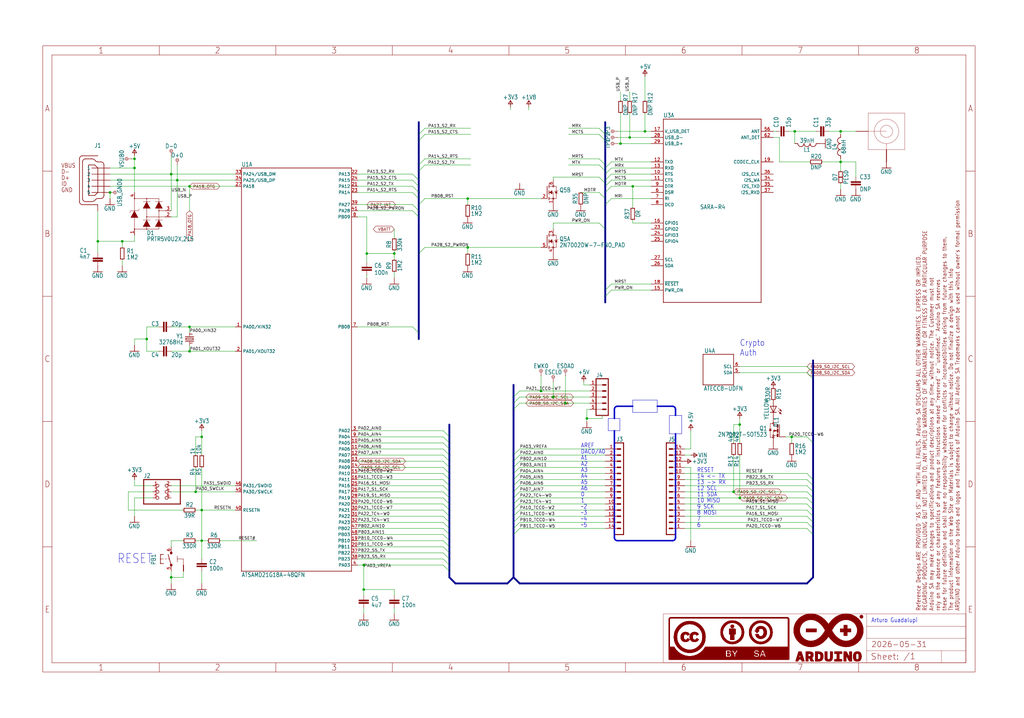
<source format=kicad_sch>
(kicad_sch (version 20231120) (generator "eeschema") (generator_version "8.0")
  (paper "User" 425.45 298.602)
  (lib_symbols
    (symbol "kicad nb1500-eagle-import:+1V8" (power)
      (symbol "+1V8_1_0"
        (pin power_in line (at 0 -2.54 90) (length 2.54) (name "+1V8") (number "1"))
      )
    )
    (symbol "kicad nb1500-eagle-import:+3V3" (power)
      (symbol "+3V3_1_0"
        (pin power_in line (at 0 -2.54 90) (length 2.54) (name "+3V3") (number "1"))
      )
    )
    (symbol "kicad nb1500-eagle-import:+5V" (power)
      (symbol "+5V_1_0"
        (pin power_in line (at 0 -2.54 90) (length 2.54) (name "+5V") (number "1"))
      )
    )
    (symbol "kicad nb1500-eagle-import:2N7002DW-7-FNO_PAD"
      (property "Reference" "Q" (at 2.54 0 0))
      (symbol "2N7002DW-7-FNO_PAD_1_0"
        (pin passive line (at 0 5.08 270) (length 2.54) (name "D") (number "3"))
        (pin passive line (at 0 -5.08 90) (length 2.54) (name "S") (number "4"))
        (pin passive line (at -5.08 -2.54 0) (length 2.54) (name "G") (number "5"))
      )
      (symbol "2N7002DW-7-FNO_PAD_2_0"
        (pin passive line (at 0 -5.08 90) (length 2.54) (name "S") (number "1"))
        (pin passive line (at -5.08 -2.54 0) (length 2.54) (name "G") (number "2"))
        (pin passive line (at 0 5.08 270) (length 2.54) (name "D") (number "6"))
      )
    )
    (symbol "kicad nb1500-eagle-import:2N7002T-SOT523"
      (property "Reference" "Q" (at 2.54 0 0))
      (symbol "2N7002T-SOT523_1_0"
        (pin passive line (at 0 5.08 270) (length 2.54) (name "D") (number "D"))
        (pin passive line (at -5.08 -2.54 0) (length 2.54) (name "G") (number "G"))
        (pin passive line (at 0 -5.08 90) (length 2.54) (name "S") (number "S"))
      )
    )
    (symbol "kicad nb1500-eagle-import:32.768KHZ"
      (property "Reference" "Y" (at 2.54 1.016 0))
      (symbol "32.768KHZ_1_0"
        (text "1" (at -2.159 -1.143 0) (effects (font (size 0.8636 0.734)) (justify left bottom)))
        (text "2" (at 1.524 -1.143 0) (effects (font (size 0.8636 0.734)) (justify left bottom)))
        (pin passive line (at -2.54 0 0) (length 0) (name "1") (number "1"))
        (pin passive line (at 2.54 0 180) (length 0) (name "2") (number "2"))
      )
    )
    (symbol "kicad nb1500-eagle-import:A3-FRAME"
      (symbol "A3-FRAME_1_0"
        (text "${#}/${##}" (at 357.505 5.08 0) (effects (font (size 2.54 2.54)) (justify left bottom)))
        (text "${CURRENT_DATE}" (at 344.17 10.16 0) (effects (font (size 2.286 2.286)) (justify left bottom)))
        (text "${PROJECTNAME}" (at 344.17 15.24 0) (effects (font (size 2.54 2.54)) (justify left bottom)))
        (text "1" (at 24.2094 1.905 0) (effects (font (size 2.54 2.286))))
        (text "1" (at 24.2094 258.445 0) (effects (font (size 2.54 2.286))))
        (text "2" (at 72.6281 1.905 0) (effects (font (size 2.54 2.286))))
        (text "2" (at 72.6281 258.445 0) (effects (font (size 2.54 2.286))))
        (text "3" (at 121.0469 1.905 0) (effects (font (size 2.54 2.286))))
        (text "3" (at 121.0469 258.445 0) (effects (font (size 2.54 2.286))))
        (text "4" (at 169.4656 1.905 0) (effects (font (size 2.54 2.286))))
        (text "4" (at 169.4656 258.445 0) (effects (font (size 2.54 2.286))))
        (text "5" (at 217.8844 1.905 0) (effects (font (size 2.54 2.286))))
        (text "5" (at 217.8844 258.445 0) (effects (font (size 2.54 2.286))))
        (text "6" (at 266.3031 1.905 0) (effects (font (size 2.54 2.286))))
        (text "6" (at 266.3031 258.445 0) (effects (font (size 2.54 2.286))))
        (text "7" (at 314.7219 1.905 0) (effects (font (size 2.54 2.286))))
        (text "7" (at 314.7219 258.445 0) (effects (font (size 2.54 2.286))))
        (text "8" (at 363.1406 1.905 0) (effects (font (size 2.54 2.286))))
        (text "8" (at 363.1406 258.445 0) (effects (font (size 2.54 2.286))))
        (text "A" (at 1.905 234.315 0) (effects (font (size 2.54 2.286))))
        (text "A" (at 385.445 234.315 0) (effects (font (size 2.54 2.286))))
        (text "B" (at 1.905 182.245 0) (effects (font (size 2.54 2.286))))
        (text "B" (at 385.445 182.245 0) (effects (font (size 2.54 2.286))))
        (text "C" (at 1.905 130.175 0) (effects (font (size 2.54 2.286))))
        (text "C" (at 385.445 130.175 0) (effects (font (size 2.54 2.286))))
        (text "D" (at 1.905 78.105 0) (effects (font (size 2.54 2.286))))
        (text "D" (at 385.445 78.105 0) (effects (font (size 2.54 2.286))))
        (text "E" (at 1.905 26.035 0) (effects (font (size 2.54 2.286))))
        (text "E" (at 385.445 26.035 0) (effects (font (size 2.54 2.286))))
        (text "Reference Designs ARE PROVIDED \"AS IS\" AND \"WITH ALL FAULTS. Arduino SA DISCLAIMS ALL OTHER WARRANTIES, EXPRESS OR IMPLIED,\nREGARDING PRODUCTS, INCLUDING BUT NOT LIMITED TO, ANY IMPLIED WARRANTIES OF MERCHANTABILITY OR FITNESS FOR A PARTICULAR PURPOSE\nArduino SA may make changes to specifications and product descriptions at any time, without notice. The Customer must not\nrely on the absence or characteristics of any features or instructions marked \"reserved\" or \"undefined.\" Arduino SA reserves\nthese for future definition and shall have no responsibility whatsoever for conflicts or incompatibilities arising from future changes to them.\nThe product information on the Web Site or Materials is subject to change without notice. Do not finalize a design with this info\nARDUINO and other Arduino brands and logos and Trademarks of Arduino SA. All Arduino SA Trademarks cannot be used without owner's formal permission" (at 381 25.4 900) (effects (font (size 1.6764 1.4249)) (justify left bottom)))
        (text "Sheet:" (at 343.916 4.953 0) (effects (font (size 2.54 2.54)) (justify left bottom)))
      )
    )
    (symbol "kicad nb1500-eagle-import:ATECC8-UDFN"
      (property "Reference" "U" (at -7.62 8.128 0))
      (symbol "ATECC8-UDFN_1_0"
        (pin bidirectional line (at -10.16 0 0) (length 2.54) (name "SDA") (number "5"))
        (pin input line (at -10.16 2.54 0) (length 2.54) (name "SCL") (number "6"))
      )
      (symbol "ATECC8-UDFN_2_0"
        (pin bidirectional line (at 10.16 5.08 180) (length 2.54) (name "NC@1") (number "1"))
        (pin bidirectional line (at 10.16 2.54 180) (length 2.54) (name "NC@2") (number "2"))
        (pin bidirectional line (at 10.16 0 180) (length 2.54) (name "NC@3") (number "3"))
        (pin power_in line (at -10.16 -5.08 0) (length 2.54) (name "GND") (number "4"))
        (pin bidirectional line (at 10.16 -2.54 180) (length 2.54) (name "NC@4") (number "7"))
        (pin power_in line (at -10.16 5.08 0) (length 2.54) (name "VCC") (number "8"))
        (pin passive line (at 10.16 -5.08 180) (length 2.54) (name "EP") (number "9"))
      )
    )
    (symbol "kicad nb1500-eagle-import:ATSAMD21G18A-48QFN"
      (property "Reference" "U" (at -15.24 30.988 0))
      (symbol "ATSAMD21G18A-48QFN_1_0"
        (pin bidirectional line (at -25.4 17.78 0) (length 2.54) (name "PA00/XIN32") (number "1"))
        (pin bidirectional line (at 25.4 -30.48 180) (length 2.54) (name "PA05") (number "10"))
        (pin bidirectional line (at 25.4 -33.02 180) (length 2.54) (name "PA06") (number "11"))
        (pin bidirectional line (at 25.4 -35.56 180) (length 2.54) (name "PA07") (number "12"))
        (pin bidirectional line (at 25.4 -38.1 180) (length 2.54) (name "PA08") (number "13"))
        (pin bidirectional line (at 25.4 -40.64 180) (length 2.54) (name "PA09") (number "14"))
        (pin bidirectional line (at 25.4 -43.18 180) (length 2.54) (name "PA10") (number "15"))
        (pin bidirectional line (at 25.4 -45.72 180) (length 2.54) (name "PA11") (number "16"))
        (pin bidirectional line (at 25.4 -71.12 180) (length 2.54) (name "PB10") (number "19"))
        (pin bidirectional line (at -25.4 7.62 0) (length 2.54) (name "PA01/XOUT32") (number "2"))
        (pin bidirectional line (at 25.4 -73.66 180) (length 2.54) (name "PB11") (number "20"))
        (pin bidirectional line (at 25.4 76.2 180) (length 2.54) (name "PA12") (number "21"))
        (pin bidirectional line (at 25.4 81.28 180) (length 2.54) (name "PA13") (number "22"))
        (pin bidirectional line (at 25.4 73.66 180) (length 2.54) (name "PA14") (number "23"))
        (pin bidirectional line (at 25.4 78.74 180) (length 2.54) (name "PA15") (number "24"))
        (pin bidirectional line (at 25.4 -48.26 180) (length 2.54) (name "PA16") (number "25"))
        (pin bidirectional line (at 25.4 -50.8 180) (length 2.54) (name "PA17") (number "26"))
        (pin bidirectional line (at -25.4 76.2 0) (length 2.54) (name "PA18") (number "27"))
        (pin bidirectional line (at 25.4 -53.34 180) (length 2.54) (name "PA19") (number "28"))
        (pin bidirectional line (at 25.4 -55.88 180) (length 2.54) (name "PA20") (number "29"))
        (pin bidirectional line (at 25.4 -25.4 180) (length 2.54) (name "PA02") (number "3"))
        (pin bidirectional line (at 25.4 -58.42 180) (length 2.54) (name "PA21") (number "30"))
        (pin bidirectional line (at 25.4 -60.96 180) (length 2.54) (name "PA22") (number "31"))
        (pin bidirectional line (at 25.4 -63.5 180) (length 2.54) (name "PA23") (number "32"))
        (pin bidirectional line (at -25.4 81.28 0) (length 2.54) (name "PA24/USB_DM") (number "33"))
        (pin bidirectional line (at -25.4 78.74 0) (length 2.54) (name "PA25/USB_DP") (number "34"))
        (pin bidirectional line (at 25.4 -76.2 180) (length 2.54) (name "PB22") (number "37"))
        (pin bidirectional line (at 25.4 -78.74 180) (length 2.54) (name "PB23") (number "38"))
        (pin bidirectional line (at 25.4 68.58 180) (length 2.54) (name "PA27") (number "39"))
        (pin bidirectional line (at 25.4 -81.28 180) (length 2.54) (name "PA03") (number "4"))
        (pin bidirectional line (at -25.4 -58.42 0) (length 2.54) (name "RESETN") (number "40"))
        (pin bidirectional line (at 25.4 66.04 180) (length 2.54) (name "PA28") (number "41"))
        (pin bidirectional line (at -25.4 -50.8 0) (length 2.54) (name "PA30/SWCLK") (number "45"))
        (pin bidirectional line (at -25.4 -48.26 0) (length 2.54) (name "PA31/SWDIO") (number "46"))
        (pin bidirectional line (at 25.4 -66.04 180) (length 2.54) (name "PB02") (number "47"))
        (pin bidirectional line (at 25.4 -68.58 180) (length 2.54) (name "PB03") (number "48"))
        (pin bidirectional line (at 25.4 17.78 180) (length 2.54) (name "PB08") (number "7"))
        (pin bidirectional line (at 25.4 63.5 180) (length 2.54) (name "PB09") (number "8"))
        (pin bidirectional line (at 25.4 -27.94 180) (length 2.54) (name "PA04") (number "9"))
      )
      (symbol "ATSAMD21G18A-48QFN_2_0"
        (pin power_in line (at -17.78 27.94 0) (length 2.54) (name "VDDIO@1") (number "17"))
        (pin power_in line (at -17.78 17.78 0) (length 2.54) (name "GND@1") (number "18"))
        (pin power_in line (at -17.78 -5.08 0) (length 2.54) (name "GND@2") (number "35"))
        (pin power_in line (at -17.78 5.08 0) (length 2.54) (name "VDDIO@2") (number "36"))
        (pin power_in line (at 17.78 17.78 180) (length 2.54) (name "GND@3") (number "42"))
        (pin power_in line (at 17.78 -17.78 180) (length 2.54) (name "VDDCORE") (number "43"))
        (pin power_in line (at 17.78 27.94 180) (length 2.54) (name "VDDIN") (number "44"))
        (pin passive line (at 17.78 -27.94 180) (length 2.54) (name "EP") (number "49"))
        (pin power_in line (at 17.78 -5.08 180) (length 2.54) (name "GNDANA") (number "5"))
        (pin power_in line (at 17.78 5.08 180) (length 2.54) (name "VDDANA") (number "6"))
      )
    )
    (symbol "kicad nb1500-eagle-import:Arduino-supply_GND" (power)
      (symbol "Arduino-supply_GND_1_0"
        (pin power_in line (at 0 2.54 270) (length 2.54) (name "GND") (number "1"))
      )
    )
    (symbol "kicad nb1500-eagle-import:C-0402"
      (property "Reference" "C" (at 1.524 1.651 0))
      (symbol "C-0402_1_0"
        (pin passive line (at 0 2.54 270) (length 0) (name "1") (number "1"))
        (pin passive line (at 0 -2.54 90) (length 0) (name "2") (number "2"))
      )
    )
    (symbol "kicad nb1500-eagle-import:C-0805"
      (property "Reference" "C" (at 1.524 1.651 0))
      (symbol "C-0805_1_0"
        (pin passive line (at 0 2.54 270) (length 0) (name "1") (number "1"))
        (pin passive line (at 0 -2.54 90) (length 0) (name "2") (number "2"))
      )
    )
    (symbol "kicad nb1500-eagle-import:GND" (power)
      (symbol "GND_1_0"
        (pin power_in line (at 0 2.54 270) (length 2.54) (name "GND") (number "1"))
      )
    )
    (symbol "kicad nb1500-eagle-import:L-0402"
      (property "Reference" "L" (at 0 2.54 0))
      (symbol "L-0402_1_0"
        (pin passive line (at -5.08 0 0) (length 0) (name "1") (number "1"))
        (pin passive line (at 5.08 0 180) (length 0) (name "2") (number "2"))
      )
    )
    (symbol "kicad nb1500-eagle-import:LED-0603"
      (property "Reference" "DL" (at 3.556 -4.572 90))
      (symbol "LED-0603_1_0"
        (pin passive line (at 0 2.54 270) (length 2.54) (name "A") (number "A"))
        (pin passive line (at 0 -5.08 90) (length 2.54) (name "C") (number "C"))
      )
    )
    (symbol "kicad nb1500-eagle-import:PESD"
      (property "Reference" "D" (at 0 1.27 0))
      (symbol "PESD_1_0"
        (pin passive line (at -2.54 0 0) (length 0) (name "1") (number "1"))
        (pin passive line (at 2.54 0 180) (length 0) (name "2") (number "2"))
      )
    )
    (symbol "kicad nb1500-eagle-import:PINHD-1X14-SMTH-SMD"
      (property "Reference" "J" (at 0 18.288 0))
      (symbol "PINHD-1X14-SMTH-SMD_1_0"
        (pin passive line (at 7.62 -17.78 180) (length 5.08) (name "1") (number "1"))
        (pin passive line (at 7.62 5.08 180) (length 5.08) (name "10") (number "10"))
        (pin passive line (at 7.62 7.62 180) (length 5.08) (name "11") (number "11"))
        (pin passive line (at 7.62 10.16 180) (length 5.08) (name "12") (number "12"))
        (pin passive line (at 7.62 12.7 180) (length 5.08) (name "13") (number "13"))
        (pin passive line (at 7.62 15.24 180) (length 5.08) (name "14") (number "14"))
        (pin passive line (at 7.62 -15.24 180) (length 5.08) (name "2") (number "2"))
        (pin passive line (at 7.62 -12.7 180) (length 5.08) (name "3") (number "3"))
        (pin passive line (at 7.62 -10.16 180) (length 5.08) (name "4") (number "4"))
        (pin passive line (at 7.62 -7.62 180) (length 5.08) (name "5") (number "5"))
        (pin passive line (at 7.62 -5.08 180) (length 5.08) (name "6") (number "6"))
        (pin passive line (at 7.62 -2.54 180) (length 5.08) (name "7") (number "7"))
        (pin passive line (at 7.62 0 180) (length 5.08) (name "8") (number "8"))
        (pin passive line (at 7.62 2.54 180) (length 5.08) (name "9") (number "9"))
      )
    )
    (symbol "kicad nb1500-eagle-import:PINHD-2X03SMD-NH"
      (property "Reference" "J" (at -6.35 5.715 0))
      (symbol "PINHD-2X03SMD-NH_1_0"
        (pin passive inverted (at -2.54 2.54 0) (length 2.54) (name "1") (number "1"))
        (pin passive inverted (at 5.08 2.54 180) (length 2.54) (name "2") (number "2"))
        (pin passive inverted (at -2.54 0 0) (length 2.54) (name "3") (number "3"))
        (pin passive inverted (at 5.08 0 180) (length 2.54) (name "4") (number "4"))
        (pin passive inverted (at -2.54 -2.54 0) (length 2.54) (name "5") (number "5"))
        (pin passive inverted (at 5.08 -2.54 180) (length 2.54) (name "6") (number "6"))
      )
    )
    (symbol "kicad nb1500-eagle-import:PRTR5V0U2X,215"
      (property "Reference" "D" (at -2.54 6.096 0))
      (symbol "PRTR5V0U2X,215_1_0"
        (pin passive line (at -5.08 -10.16 90) (length 2.54) (name "1") (number "1"))
        (pin passive line (at 10.16 -2.54 180) (length 2.54) (name "2") (number "2"))
        (pin passive line (at 10.16 0 180) (length 2.54) (name "3") (number "3"))
        (pin passive line (at -5.08 7.62 270) (length 2.54) (name "4") (number "4"))
      )
    )
    (symbol "kicad nb1500-eagle-import:R-0402"
      (property "Reference" "R" (at 0 1.27 0))
      (symbol "R-0402_1_0"
        (pin passive line (at -2.54 0 0) (length 0) (name "1") (number "1"))
        (pin passive line (at 2.54 0 180) (length 0) (name "2") (number "2"))
      )
    )
    (symbol "kicad nb1500-eagle-import:SARA-R4"
      (property "Reference" "U" (at -22.86 68.58 0))
      (symbol "SARA-R4_1_0"
        (pin input line (at -25.4 15.24 0) (length 5.08) (name "RTS") (number "10"))
        (pin output line (at -25.4 12.7 0) (length 5.08) (name "CTS") (number "11"))
        (pin input line (at -25.4 20.32 0) (length 5.08) (name "TXD") (number "12"))
        (pin output line (at -25.4 17.78 0) (length 5.08) (name "RXD") (number "13"))
        (pin input line (at -25.4 -33.02 0) (length 5.08) (name "PWR_ON") (number "15"))
        (pin bidirectional line (at -25.4 -5.08 0) (length 5.08) (name "GPIO1") (number "16"))
        (pin input line (at -25.4 33.02 0) (length 5.08) (name "V_USB_DET") (number "17"))
        (pin input line (at -25.4 -30.48 0) (length 5.08) (name "~{RESET}") (number "18"))
        (pin output line (at 25.4 20.32 180) (length 5.08) (name "CODEC_CLK") (number "19"))
        (pin bidirectional line (at -25.4 -7.62 0) (length 5.08) (name "GPIO2") (number "23"))
        (pin bidirectional line (at -25.4 -10.16 0) (length 5.08) (name "GPIO3") (number "24"))
        (pin bidirectional line (at -25.4 -12.7 0) (length 5.08) (name "GPIO4") (number "25"))
        (pin bidirectional line (at -25.4 -22.86 0) (length 5.08) (name "SDA") (number "26"))
        (pin output line (at -25.4 -20.32 0) (length 5.08) (name "SCL") (number "27"))
        (pin bidirectional line (at -25.4 30.48 0) (length 5.08) (name "USB_D-") (number "28"))
        (pin bidirectional line (at -25.4 27.94 0) (length 5.08) (name "USB_D+") (number "29"))
        (pin bidirectional line (at 25.4 12.7 180) (length 5.08) (name "I2S_WA") (number "34"))
        (pin output line (at 25.4 10.16 180) (length 5.08) (name "I2S_TXD") (number "35"))
        (pin bidirectional line (at 25.4 15.24 180) (length 5.08) (name "I2S_CLK") (number "36"))
        (pin input line (at 25.4 7.62 180) (length 5.08) (name "I2S_RXD") (number "37"))
        (pin bidirectional line (at 25.4 33.02 180) (length 5.08) (name "ANT") (number "56"))
        (pin output line (at -25.4 7.62 0) (length 5.08) (name "DSR") (number "6"))
        (pin input line (at 25.4 30.48 180) (length 5.08) (name "ANT_DET") (number "62"))
        (pin output line (at -25.4 5.08 0) (length 5.08) (name "RI") (number "7"))
        (pin output line (at -25.4 2.54 0) (length 5.08) (name "DCD") (number "8"))
        (pin input line (at -25.4 10.16 0) (length 5.08) (name "DTR") (number "9"))
      )
      (symbol "SARA-R4_2_0"
        (pin power_in line (at 27.94 63.5 180) (length 5.08) (name "GND@1") (number "1"))
        (pin power_in line (at 27.94 55.88 180) (length 5.08) (name "GND@4") (number "14"))
        (pin power_in line (at -27.94 43.18 0) (length 5.08) (name "V_BCKP") (number "2"))
        (pin power_in line (at 27.94 53.34 180) (length 5.08) (name "GND@5") (number "20"))
        (pin power_in line (at 27.94 50.8 180) (length 5.08) (name "GND@6") (number "21"))
        (pin power_in line (at 27.94 48.26 180) (length 5.08) (name "GND@7") (number "22"))
        (pin power_in line (at 27.94 60.96 180) (length 5.08) (name "GND@2") (number "3"))
        (pin power_in line (at 27.94 45.72 180) (length 5.08) (name "GND@8") (number "30"))
        (pin no_connect line (at -27.94 15.24 0) (length 5.08) (name "RSVD@1") (number "31"))
        (pin power_in line (at 27.94 43.18 180) (length 5.08) (name "GND@9") (number "32"))
        (pin no_connect line (at -27.94 12.7 0) (length 5.08) (name "RSVD@2") (number "33"))
        (pin output line (at -27.94 30.48 0) (length 5.08) (name "SIM_CLK") (number "38"))
        (pin bidirectional line (at -27.94 33.02 0) (length 5.08) (name "SIM_IO") (number "39"))
        (pin power_in line (at -27.94 50.8 0) (length 5.08) (name "V_INT") (number "4"))
        (pin output line (at -27.94 27.94 0) (length 5.08) (name "SIM_RST") (number "40"))
        (pin power_in line (at -27.94 35.56 0) (length 5.08) (name "VSIM") (number "41"))
        (pin input line (at -27.94 25.4 0) (length 5.08) (name "SIM_DET") (number "42"))
        (pin power_in line (at 27.94 40.64 180) (length 5.08) (name "GND@10") (number "43"))
        (pin no_connect line (at -27.94 10.16 0) (length 5.08) (name "RSVD@3") (number "44"))
        (pin no_connect line (at -27.94 7.62 0) (length 5.08) (name "RSVD@4") (number "45"))
        (pin no_connect line (at -27.94 5.08 0) (length 5.08) (name "RSVD@5") (number "46"))
        (pin no_connect line (at -27.94 2.54 0) (length 5.08) (name "RSVD@6") (number "47"))
        (pin no_connect line (at -27.94 0 0) (length 5.08) (name "RSVD@7") (number "48"))
        (pin no_connect line (at -27.94 -2.54 0) (length 5.08) (name "RSVD@8") (number "49"))
        (pin power_in line (at 27.94 58.42 180) (length 5.08) (name "GND@3") (number "5"))
        (pin power_in line (at 27.94 38.1 180) (length 5.08) (name "GND@11") (number "50"))
        (pin power_in line (at -27.94 58.42 0) (length 5.08) (name "VCC@1") (number "51"))
        (pin power_in line (at -27.94 60.96 0) (length 5.08) (name "VCC@2") (number "52"))
        (pin power_in line (at -27.94 63.5 0) (length 5.08) (name "VCC@3") (number "53"))
        (pin power_in line (at 27.94 35.56 180) (length 5.08) (name "GND@12") (number "54"))
        (pin power_in line (at 27.94 33.02 180) (length 5.08) (name "GND@13") (number "55"))
        (pin power_in line (at 27.94 30.48 180) (length 5.08) (name "GND@14") (number "57"))
        (pin power_in line (at 27.94 27.94 180) (length 5.08) (name "GND@15") (number "58"))
        (pin power_in line (at 27.94 25.4 180) (length 5.08) (name "GND@16") (number "59"))
        (pin power_in line (at 27.94 22.86 180) (length 5.08) (name "GND@17") (number "60"))
        (pin power_in line (at 27.94 20.32 180) (length 5.08) (name "GND@18") (number "61"))
        (pin power_in line (at 27.94 17.78 180) (length 5.08) (name "GND@19") (number "63"))
        (pin power_in line (at 27.94 15.24 180) (length 5.08) (name "GND@20") (number "64"))
        (pin power_in line (at 27.94 12.7 180) (length 5.08) (name "GND@21") (number "65"))
        (pin power_in line (at 27.94 10.16 180) (length 5.08) (name "GND@22") (number "66"))
        (pin power_in line (at 27.94 7.62 180) (length 5.08) (name "GND@23") (number "67"))
        (pin power_in line (at 27.94 5.08 180) (length 5.08) (name "GND@24") (number "68"))
        (pin power_in line (at 27.94 2.54 180) (length 5.08) (name "GND@25") (number "69"))
        (pin power_in line (at 27.94 0 180) (length 5.08) (name "GND@26") (number "70"))
        (pin power_in line (at 27.94 -2.54 180) (length 5.08) (name "GND@27") (number "71"))
        (pin power_in line (at 27.94 -5.08 180) (length 5.08) (name "GND@28") (number "72"))
        (pin power_in line (at 27.94 -7.62 180) (length 5.08) (name "GND@29") (number "73"))
        (pin power_in line (at 27.94 -10.16 180) (length 5.08) (name "GND@30") (number "74"))
        (pin power_in line (at 27.94 -12.7 180) (length 5.08) (name "GND@31") (number "75"))
        (pin power_in line (at 27.94 -15.24 180) (length 5.08) (name "GND@32") (number "76"))
        (pin power_in line (at 27.94 -17.78 180) (length 5.08) (name "GND@33") (number "77"))
        (pin power_in line (at 27.94 -20.32 180) (length 5.08) (name "GND@34") (number "78"))
        (pin power_in line (at 27.94 -22.86 180) (length 5.08) (name "GND@35") (number "79"))
        (pin power_in line (at 27.94 -25.4 180) (length 5.08) (name "GND@36") (number "80"))
        (pin power_in line (at 27.94 -27.94 180) (length 5.08) (name "GND@37") (number "81"))
        (pin power_in line (at 27.94 -30.48 180) (length 5.08) (name "GND@38") (number "82"))
        (pin power_in line (at 27.94 -33.02 180) (length 5.08) (name "GND@39") (number "83"))
        (pin power_in line (at 27.94 -35.56 180) (length 5.08) (name "GND@40") (number "84"))
        (pin power_in line (at 27.94 -38.1 180) (length 5.08) (name "GND@41") (number "85"))
        (pin power_in line (at 27.94 -40.64 180) (length 5.08) (name "GND@42") (number "86"))
        (pin power_in line (at 27.94 -43.18 180) (length 5.08) (name "GND@43") (number "87"))
        (pin power_in line (at 27.94 -45.72 180) (length 5.08) (name "GND@44") (number "88"))
        (pin power_in line (at 27.94 -48.26 180) (length 5.08) (name "GND@45") (number "89"))
        (pin power_in line (at 27.94 -50.8 180) (length 5.08) (name "GND@46") (number "90"))
        (pin power_in line (at 27.94 -53.34 180) (length 5.08) (name "GND@47") (number "91"))
        (pin power_in line (at 27.94 -55.88 180) (length 5.08) (name "GND@48") (number "92"))
        (pin power_in line (at 27.94 -58.42 180) (length 5.08) (name "GND@49") (number "93"))
        (pin power_in line (at 27.94 -60.96 180) (length 5.08) (name "GND@50") (number "94"))
        (pin power_in line (at 27.94 -63.5 180) (length 5.08) (name "GND@51") (number "95"))
        (pin power_in line (at 27.94 -66.04 180) (length 5.08) (name "GND@52") (number "96"))
      )
    )
    (symbol "kicad nb1500-eagle-import:SM05B-SRSS-TB"
      (property "Reference" "J" (at -2.54 8.128 0))
      (symbol "SM05B-SRSS-TB_1_0"
        (pin passive line (at -5.08 5.08 0) (length 2.54) (name "1") (number "1"))
        (pin passive line (at -5.08 2.54 0) (length 2.54) (name "2") (number "2"))
        (pin passive line (at -5.08 0 0) (length 2.54) (name "3") (number "3"))
        (pin passive line (at -5.08 -2.54 0) (length 2.54) (name "4") (number "4"))
        (pin passive line (at -5.08 -5.08 0) (length 2.54) (name "5") (number "5"))
        (pin passive line (at 0 -7.62 0) (length 0) (name "SH") (number "SH1"))
        (pin passive line (at 0 -7.62 0) (length 0) (name "SH") (number "SH2"))
      )
    )
    (symbol "kicad nb1500-eagle-import:TACTILE1PTS820-NH"
      (property "Reference" "PB" (at -6.35 -2.54 90))
      (symbol "TACTILE1PTS820-NH_1_0"
        (pin power_in line (at 5.08 -5.08 90) (length 2.54) (name "3") (number "1"))
        (pin power_in line (at 5.08 -5.08 90) (length 2.54) (name "3") (number "2"))
        (pin power_in line (at 5.08 -5.08 90) (length 2.54) (name "3") (number "3"))
        (pin power_in line (at 5.08 -5.08 90) (length 2.54) (name "3") (number "4"))
        (pin passive line (at 0 -5.08 90) (length 2.54) (name "1") (number "5"))
        (pin passive line (at 0 5.08 270) (length 2.54) (name "2") (number "6"))
      )
    )
    (symbol "kicad nb1500-eagle-import:TPTP-1.00MM"
      (property "Reference" "TP" (at 0 0.508 0))
      (symbol "TPTP-1.00MM_1_0"
        (pin passive line (at 0 -2.54 90) (length 0) (name "P$1") (number "X"))
      )
    )
    (symbol "kicad nb1500-eagle-import:UFL"
      (symbol "UFL_1_0"
        (pin bidirectional line (at 0 -12.7 90) (length 5.08) (name "GND") (number "GND1"))
        (pin bidirectional line (at 0 -12.7 90) (length 5.08) (name "GND") (number "GND2"))
        (pin bidirectional line (at -12.7 0 0) (length 5.08) (name "SIG") (number "SIG"))
      )
    )
    (symbol "kicad nb1500-eagle-import:USB-MICRO"
      (property "Reference" "J" (at -2.54 10.922 0))
      (symbol "USB-MICRO_1_0"
        (text "D+" (at -12.7 0 0) (effects (font (size 1.778 1.5113)) (justify left bottom)))
        (text "D-" (at -12.7 2.54 0) (effects (font (size 1.778 1.5113)) (justify left bottom)))
        (text "GND" (at -12.7 -5.08 0) (effects (font (size 1.778 1.5113)) (justify left bottom)))
        (text "ID" (at -12.7 -2.54 0) (effects (font (size 1.778 1.5113)) (justify left bottom)))
        (text "VBUS" (at -12.7 5.08 0) (effects (font (size 1.778 1.5113)) (justify left bottom)))
        (pin passive line (at 7.62 5.08 180) (length 7.62) (name "1") (number "1"))
        (pin passive line (at 2.54 -12.7 90) (length 2.54) (name "SH") (number "10"))
        (pin passive line (at 2.54 -12.7 90) (length 2.54) (name "SH") (number "11"))
        (pin passive line (at 7.62 2.54 180) (length 7.62) (name "2") (number "2"))
        (pin passive line (at 7.62 0 180) (length 7.62) (name "3") (number "3"))
        (pin passive line (at 7.62 -2.54 180) (length 7.62) (name "4") (number "4"))
        (pin passive line (at 7.62 -5.08 180) (length 7.62) (name "5") (number "5"))
        (pin passive line (at 2.54 -12.7 90) (length 2.54) (name "SH") (number "6"))
        (pin passive line (at 2.54 -12.7 90) (length 2.54) (name "SH") (number "7"))
        (pin passive line (at 2.54 -12.7 90) (length 2.54) (name "SH") (number "8"))
        (pin passive line (at 2.54 -12.7 90) (length 2.54) (name "SH") (number "9"))
      )
    )
    (symbol "kicad nb1500-eagle-import:VIN" (power)
      (symbol "VIN_1_0"
        (pin power_in line (at 0 -2.54 90) (length 2.54) (name "VIN") (number "1"))
      )
    )
  )
  (junction (at 60.96 140.97))
  (junction (at 152.4 105.41))
  (junction (at 55.88 66.04))
  (junction (at 71.12 72.39))
  (junction (at 45.72 80.01))
  (junction (at 151.13 234.95))
  (junction (at 194.31 102.87))
  (junction (at 234.95 167.64))
  (junction (at 243.84 173.99))
  (junction (at 261.62 57.15))
  (junction (at 330.2 54.61))
  (junction (at 81.28 204.47))
  (junction (at 83.82 212.09))
  (junction (at 71.12 240.03))
  (junction (at 194.31 82.55))
  (junction (at 40.64 100.33))
  (junction (at 83.82 224.79))
  (junction (at 307.34 176.53))
  (junction (at 151.13 245.11))
  (junction (at 328.93 181.61))
  (junction (at 55.88 69.85))
  (junction (at 78.74 146.05))
  (junction (at 224.79 162.56))
  (junction (at 307.34 207.01))
  (junction (at 349.25 67.31))
  (junction (at 257.81 59.69))
  (junction (at 50.8 100.33))
  (junction (at 78.74 135.89))
  (junction (at 349.25 54.61))
  (junction (at 78.74 77.47))
  (junction (at 73.66 74.93))
  (junction (at 304.8 204.47))
  (junction (at 163.83 105.41))
  (junction (at 267.97 54.61))
  (junction (at 229.87 165.1))
  (junction (at 262.89 77.47))
  (junction (at 83.82 181.61))
  (bus_entry (at 254 82.55) (size -2.54 2.54))
  (bus_entry (at 254 118.11) (size -2.54 2.54))
  (bus_entry (at 184.15 179.07) (size 2.54 2.54))
  (bus_entry (at 176.53 102.87) (size -2.54 2.54))
  (bus_entry (at 171.45 87.63) (size 2.54 2.54))
  (bus_entry (at 176.53 82.55) (size -2.54 2.54))
  (bus_entry (at 184.15 227.33) (size 2.54 2.54))
  (bus_entry (at 184.15 207.01) (size 2.54 2.54))
  (bus_entry (at 171.45 135.89) (size 2.54 2.54))
  (bus_entry (at 184.15 184.15) (size 2.54 2.54))
  (bus_entry (at 254 69.85) (size -2.54 2.54))
  (bus_entry (at 254 74.93) (size -2.54 2.54))
  (bus_entry (at 184.15 191.77) (size 2.54 2.54))
  (bus_entry (at 184.15 181.61) (size 2.54 2.54))
  (bus_entry (at 335.28 217.17) (size 2.54 2.54))
  (bus_entry (at 184.15 201.93) (size 2.54 2.54))
  (bus_entry (at 171.45 80.01) (size 2.54 2.54))
  (bus_entry (at 254 77.47) (size -2.54 2.54))
  (bus_entry (at 248.92 73.66) (size 2.54 2.54))
  (bus_entry (at 215.9 189.23) (size -2.54 2.54))
  (bus_entry (at 215.9 219.71) (size -2.54 2.54))
  (bus_entry (at 335.28 209.55) (size 2.54 2.54))
  (bus_entry (at 215.9 212.09) (size -2.54 2.54))
  (bus_entry (at 184.15 196.85) (size 2.54 2.54))
  (bus_entry (at 184.15 219.71) (size 2.54 2.54))
  (bus_entry (at 184.15 232.41) (size 2.54 2.54))
  (bus_entry (at 184.15 224.79) (size 2.54 2.54))
  (bus_entry (at 184.15 199.39) (size 2.54 2.54))
  (bus_entry (at 215.9 209.55) (size -2.54 2.54))
  (bus_entry (at 215.9 217.17) (size -2.54 2.54))
  (bus_entry (at 176.53 53.34) (size -2.54 2.54))
  (bus_entry (at 335.28 154.94) (size 2.54 2.54))
  (bus_entry (at 171.45 74.93) (size 2.54 2.54))
  (bus_entry (at 171.45 77.47) (size 2.54 2.54))
  (bus_entry (at 184.15 209.55) (size 2.54 2.54))
  (bus_entry (at 248.92 68.58) (size 2.54 2.54))
  (bus_entry (at 215.9 214.63) (size -2.54 2.54))
  (bus_entry (at 335.28 214.63) (size 2.54 2.54))
  (bus_entry (at 215.9 201.93) (size -2.54 2.54))
  (bus_entry (at 184.15 204.47) (size 2.54 2.54))
  (bus_entry (at 215.9 191.77) (size -2.54 2.54))
  (bus_entry (at 215.9 204.47) (size -2.54 2.54))
  (bus_entry (at 335.28 207.01) (size 2.54 2.54))
  (bus_entry (at 176.53 66.04) (size -2.54 2.54))
  (bus_entry (at 335.28 201.93) (size 2.54 2.54))
  (bus_entry (at 184.15 222.25) (size 2.54 2.54))
  (bus_entry (at 215.9 186.69) (size -2.54 2.54))
  (bus_entry (at 184.15 186.69) (size 2.54 2.54))
  (bus_entry (at 184.15 214.63) (size 2.54 2.54))
  (bus_entry (at 254 67.31) (size -2.54 2.54))
  (bus_entry (at 248.92 53.34) (size 2.54 2.54))
  (bus_entry (at 215.9 162.56) (size -2.54 2.54))
  (bus_entry (at 335.28 204.47) (size 2.54 2.54))
  (bus_entry (at 176.53 68.58) (size -2.54 2.54))
  (bus_entry (at 184.15 189.23) (size 2.54 2.54))
  (bus_entry (at 215.9 196.85) (size -2.54 2.54))
  (bus_entry (at 171.45 72.39) (size 2.54 2.54))
  (bus_entry (at 184.15 194.31) (size 2.54 2.54))
  (bus_entry (at 215.9 167.64) (size -2.54 2.54))
  (bus_entry (at 335.28 199.39) (size 2.54 2.54))
  (bus_entry (at 184.15 234.95) (size 2.54 2.54))
  (bus_entry (at 335.28 181.61) (size 2.54 2.54))
  (bus_entry (at 335.28 219.71) (size 2.54 2.54))
  (bus_entry (at 215.9 199.39) (size -2.54 2.54))
  (bus_entry (at 184.15 229.87) (size 2.54 2.54))
  (bus_entry (at 184.15 212.09) (size 2.54 2.54))
  (bus_entry (at 248.92 92.71) (size 2.54 2.54))
  (bus_entry (at 215.9 194.31) (size -2.54 2.54))
  (bus_entry (at 171.45 85.09) (size 2.54 2.54))
  (bus_entry (at 184.15 217.17) (size 2.54 2.54))
  (bus_entry (at 215.9 165.1) (size -2.54 2.54))
  (bus_entry (at 248.92 80.01) (size 2.54 2.54))
  (bus_entry (at 335.28 212.09) (size 2.54 2.54))
  (bus_entry (at 335.28 152.4) (size 2.54 2.54))
  (bus_entry (at 335.28 196.85) (size 2.54 2.54))
  (bus_entry (at 215.9 207.01) (size -2.54 2.54))
  (bus_entry (at 254 72.39) (size -2.54 2.54))
  (bus_entry (at 176.53 55.88) (size -2.54 2.54))
  (bus_entry (at 254 120.65) (size -2.54 2.54))
  (bus_entry (at 248.92 55.88) (size 2.54 2.54))
  (bus_entry (at 248.92 66.04) (size 2.54 2.54))
  (wire (pts (xy 194.31 102.87) (xy 194.31 105.41)) (stroke (width 0.1524)))
  (wire (pts (xy 234.95 156.21) (xy 234.95 167.64)) (stroke (width 0.1524)))
  (bus (pts (xy 251.46 72.39) (xy 251.46 74.93)) (stroke (width 0.762)))
  (wire (pts (xy 284.48 207.01) (xy 307.34 207.01)) (stroke (width 0.1524)))
  (wire (pts (xy 284.48 201.93) (xy 335.28 201.93)) (stroke (width 0.1524)))
  (wire (pts (xy 304.8 176.53) (xy 307.34 176.53)) (stroke (width 0.1524)))
  (wire (pts (xy 60.96 135.89) (xy 66.04 135.89)) (stroke (width 0.1524)))
  (bus (pts (xy 210.82 242.57) (xy 189.23 242.57)) (stroke (width 0.762)))
  (wire (pts (xy 194.31 85.09) (xy 194.31 82.55)) (stroke (width 0.1524)))
  (wire (pts (xy 50.8 110.49) (xy 50.8 107.95)) (stroke (width 0.1524)))
  (polyline (pts (xy 262.89 166.37) (xy 273.05 166.37)) (stroke (width 0.1524) (type solid)))
  (wire (pts (xy 323.85 57.15) (xy 323.85 67.31)) (stroke (width 0.1524)))
  (wire (pts (xy 304.8 176.53) (xy 304.8 184.15)) (stroke (width 0.1524)))
  (bus (pts (xy 337.82 201.93) (xy 337.82 199.39)) (stroke (width 0.762)))
  (bus (pts (xy 186.69 229.87) (xy 186.69 227.33)) (stroke (width 0.762)))
  (wire (pts (xy 330.2 54.61) (xy 339.09 54.61)) (stroke (width 0.1524)))
  (wire (pts (xy 184.15 232.41) (xy 148.59 232.41)) (stroke (width 0.1524)))
  (bus (pts (xy 213.36 204.47) (xy 213.36 207.01)) (stroke (width 0.762)))
  (wire (pts (xy 242.57 158.75) (xy 242.57 160.02)) (stroke (width 0.1524)))
  (bus (pts (xy 213.36 199.39) (xy 213.36 201.93)) (stroke (width 0.762)))
  (wire (pts (xy 261.62 57.15) (xy 261.62 46.99)) (stroke (width 0.1524)))
  (wire (pts (xy 219.71 44.45) (xy 219.71 45.72)) (stroke (width 0.1524)))
  (wire (pts (xy 78.74 87.63) (xy 78.74 77.47)) (stroke (width 0.1524)))
  (bus (pts (xy 337.82 219.71) (xy 337.82 217.17)) (stroke (width 0.762)))
  (bus (pts (xy 186.69 219.71) (xy 186.69 217.17)) (stroke (width 0.762)))
  (wire (pts (xy 83.82 237.49) (xy 83.82 242.57)) (stroke (width 0.1524)))
  (wire (pts (xy 55.88 199.39) (xy 55.88 201.93)) (stroke (width 0.1524)))
  (wire (pts (xy 81.28 224.79) (xy 83.82 224.79)) (stroke (width 0.1524)))
  (bus (pts (xy 186.69 199.39) (xy 186.69 196.85)) (stroke (width 0.762)))
  (wire (pts (xy 243.84 170.18) (xy 245.11 170.18)) (stroke (width 0.1524)))
  (bus (pts (xy 337.82 154.94) (xy 337.82 149.86)) (stroke (width 0.762)))
  (wire (pts (xy 262.89 86.36) (xy 262.89 77.47)) (stroke (width 0.1524)))
  (wire (pts (xy 355.6 67.31) (xy 355.6 73.66)) (stroke (width 0.1524)))
  (bus (pts (xy 251.46 82.55) (xy 251.46 85.09)) (stroke (width 0.762)))
  (wire (pts (xy 243.84 173.99) (xy 243.84 170.18)) (stroke (width 0.1524)))
  (bus (pts (xy 173.99 138.43) (xy 173.99 140.97)) (stroke (width 0.762)))
  (wire (pts (xy 194.31 102.87) (xy 176.53 102.87)) (stroke (width 0.1524)))
  (wire (pts (xy 163.83 99.06) (xy 163.83 95.25)) (stroke (width 0.1524)))
  (polyline (pts (xy 278.13 180.34) (xy 280.67 180.34)) (stroke (width 0.1524) (type solid)))
  (wire (pts (xy 71.12 135.89) (xy 78.74 135.89)) (stroke (width 0.1524)))
  (wire (pts (xy 184.15 227.33) (xy 148.59 227.33)) (stroke (width 0.1524)))
  (wire (pts (xy 55.88 143.51) (xy 55.88 140.97)) (stroke (width 0.1524)))
  (wire (pts (xy 215.9 217.17) (xy 251.46 217.17)) (stroke (width 0.1524)))
  (wire (pts (xy 254 74.93) (xy 270.51 74.93)) (stroke (width 0.1524)))
  (polyline (pts (xy 257.556 173.99) (xy 257.556 179.07)) (stroke (width 0.1524) (type solid)))
  (wire (pts (xy 163.83 115.57) (xy 163.83 113.03)) (stroke (width 0.1524)))
  (wire (pts (xy 71.12 240.03) (xy 76.2 240.03)) (stroke (width 0.1524)))
  (wire (pts (xy 215.9 189.23) (xy 251.46 189.23)) (stroke (width 0.1524)))
  (wire (pts (xy 55.88 69.85) (xy 55.88 66.04)) (stroke (width 0.1524)))
  (wire (pts (xy 163.83 105.41) (xy 163.83 104.14)) (stroke (width 0.1524)))
  (wire (pts (xy 151.13 234.95) (xy 184.15 234.95)) (stroke (width 0.1524)))
  (wire (pts (xy 256.54 54.61) (xy 267.97 54.61)) (stroke (width 0.1524)))
  (polyline (pts (xy 278.13 180.34) (xy 278.13 172.72)) (stroke (width 0.1524) (type solid)))
  (wire (pts (xy 184.15 204.47) (xy 148.59 204.47)) (stroke (width 0.1524)))
  (wire (pts (xy 54.61 66.04) (xy 55.88 66.04)) (stroke (width 0.1524)))
  (bus (pts (xy 186.69 240.03) (xy 186.69 237.49)) (stroke (width 0.762)))
  (wire (pts (xy 284.48 217.17) (xy 335.28 217.17)) (stroke (width 0.1524)))
  (wire (pts (xy 236.22 66.04) (xy 248.92 66.04)) (stroke (width 0.1524)))
  (wire (pts (xy 257.81 46.99) (xy 257.81 59.69)) (stroke (width 0.1524)))
  (wire (pts (xy 215.9 201.93) (xy 251.46 201.93)) (stroke (width 0.1524)))
  (wire (pts (xy 148.59 181.61) (xy 184.15 181.61)) (stroke (width 0.1524)))
  (wire (pts (xy 257.81 59.69) (xy 256.54 59.69)) (stroke (width 0.1524)))
  (wire (pts (xy 83.82 181.61) (xy 83.82 179.07)) (stroke (width 0.1524)))
  (wire (pts (xy 45.72 72.39) (xy 71.12 72.39)) (stroke (width 0.1524)))
  (wire (pts (xy 323.85 67.31) (xy 336.55 67.31)) (stroke (width 0.1524)))
  (wire (pts (xy 270.51 92.71) (xy 262.89 92.71)) (stroke (width 0.1524)))
  (polyline (pts (xy 252.73 179.07) (xy 252.73 173.99)) (stroke (width 0.1524) (type solid)))
  (wire (pts (xy 45.72 74.93) (xy 73.66 74.93)) (stroke (width 0.1524)))
  (wire (pts (xy 215.9 165.1) (xy 229.87 165.1)) (stroke (width 0.1524)))
  (bus (pts (xy 337.82 184.15) (xy 337.82 157.48)) (stroke (width 0.762)))
  (wire (pts (xy 287.02 224.79) (xy 287.02 194.31)) (stroke (width 0.1524)))
  (bus (pts (xy 173.99 90.17) (xy 173.99 105.41)) (stroke (width 0.762)))
  (wire (pts (xy 83.82 181.61) (xy 83.82 189.23)) (stroke (width 0.1524)))
  (wire (pts (xy 195.58 66.04) (xy 176.53 66.04)) (stroke (width 0.1524)))
  (wire (pts (xy 163.83 245.11) (xy 151.13 245.11)) (stroke (width 0.1524)))
  (polyline (pts (xy 252.73 173.99) (xy 255.27 173.99)) (stroke (width 0.1524) (type solid)))
  (wire (pts (xy 45.72 69.85) (xy 55.88 69.85)) (stroke (width 0.1524)))
  (bus (pts (xy 186.69 212.09) (xy 186.69 209.55)) (stroke (width 0.762)))
  (bus (pts (xy 337.82 157.48) (xy 337.82 154.94)) (stroke (width 0.762)))
  (bus (pts (xy 213.36 240.03) (xy 215.9 242.57)) (stroke (width 0.762)))
  (bus (pts (xy 251.46 95.25) (xy 251.46 120.65)) (stroke (width 0.762)))
  (wire (pts (xy 60.96 140.97) (xy 60.96 135.89)) (stroke (width 0.1524)))
  (bus (pts (xy 213.36 240.03) (xy 210.82 242.57)) (stroke (width 0.762)))
  (polyline (pts (xy 273.05 168.91) (xy 273.05 171.45)) (stroke (width 0.1524) (type solid)))
  (bus (pts (xy 213.36 222.25) (xy 213.36 240.03)) (stroke (width 0.762)))
  (bus (pts (xy 173.99 80.01) (xy 173.99 82.55)) (stroke (width 0.762)))
  (bus (pts (xy 186.69 189.23) (xy 186.69 186.69)) (stroke (width 0.762)))
  (wire (pts (xy 148.59 184.15) (xy 184.15 184.15)) (stroke (width 0.1524)))
  (wire (pts (xy 184.15 212.09) (xy 148.59 212.09)) (stroke (width 0.1524)))
  (polyline (pts (xy 257.556 179.07) (xy 255.27 179.07)) (stroke (width 0.1524) (type solid)))
  (bus (pts (xy 213.36 201.93) (xy 213.36 204.47)) (stroke (width 0.762)))
  (wire (pts (xy 53.34 212.09) (xy 53.34 204.47)) (stroke (width 0.1524)))
  (polyline (pts (xy 255.27 223.52) (xy 255.27 179.07)) (stroke (width 0.6096) (type solid)))
  (wire (pts (xy 335.28 154.94) (xy 307.34 154.94)) (stroke (width 0.1524)))
  (polyline (pts (xy 255.27 173.99) (xy 255.27 170.18)) (stroke (width 0.6096) (type solid)))
  (wire (pts (xy 284.48 189.23) (xy 287.02 189.23)) (stroke (width 0.1524)))
  (wire (pts (xy 83.82 212.09) (xy 83.82 224.79)) (stroke (width 0.1524)))
  (wire (pts (xy 229.87 165.1) (xy 245.11 165.1)) (stroke (width 0.1524)))
  (bus (pts (xy 213.36 170.18) (xy 213.36 189.23)) (stroke (width 0.762)))
  (wire (pts (xy 224.79 82.55) (xy 194.31 82.55)) (stroke (width 0.1524)))
  (wire (pts (xy 184.15 219.71) (xy 148.59 219.71)) (stroke (width 0.1524)))
  (wire (pts (xy 215.9 207.01) (xy 251.46 207.01)) (stroke (width 0.1524)))
  (wire (pts (xy 267.97 31.75) (xy 267.97 41.91)) (stroke (width 0.1524)))
  (wire (pts (xy 83.82 194.31) (xy 83.82 212.09)) (stroke (width 0.1524)))
  (wire (pts (xy 270.51 54.61) (xy 267.97 54.61)) (stroke (width 0.1524)))
  (wire (pts (xy 242.57 160.02) (xy 245.11 160.02)) (stroke (width 0.1524)))
  (wire (pts (xy 184.15 209.55) (xy 148.59 209.55)) (stroke (width 0.1524)))
  (polyline (pts (xy 262.89 171.45) (xy 262.89 168.91)) (stroke (width 0.1524) (type solid)))
  (wire (pts (xy 257.81 41.91) (xy 257.81 38.1)) (stroke (width 0.1524)))
  (bus (pts (xy 251.46 120.65) (xy 251.46 123.19)) (stroke (width 0.762)))
  (bus (pts (xy 213.36 212.09) (xy 213.36 214.63)) (stroke (width 0.762)))
  (bus (pts (xy 251.46 68.58) (xy 251.46 69.85)) (stroke (width 0.762)))
  (bus (pts (xy 186.69 184.15) (xy 186.69 181.61)) (stroke (width 0.762)))
  (wire (pts (xy 261.62 41.91) (xy 261.62 38.1)) (stroke (width 0.1524)))
  (bus (pts (xy 213.36 196.85) (xy 213.36 199.39)) (stroke (width 0.762)))
  (bus (pts (xy 213.36 219.71) (xy 213.36 222.25)) (stroke (width 0.762)))
  (bus (pts (xy 186.69 194.31) (xy 186.69 191.77)) (stroke (width 0.762)))
  (wire (pts (xy 245.11 162.56) (xy 224.79 162.56)) (stroke (width 0.1524)))
  (wire (pts (xy 184.15 199.39) (xy 148.59 199.39)) (stroke (width 0.1524)))
  (wire (pts (xy 328.93 181.61) (xy 335.28 181.61)) (stroke (width 0.1524)))
  (wire (pts (xy 261.62 57.15) (xy 256.54 57.15)) (stroke (width 0.1524)))
  (wire (pts (xy 229.87 73.66) (xy 229.87 74.93)) (stroke (width 0.1524)))
  (bus (pts (xy 189.23 242.57) (xy 186.69 240.03)) (stroke (width 0.762)))
  (wire (pts (xy 66.04 146.05) (xy 60.96 146.05)) (stroke (width 0.1524)))
  (wire (pts (xy 307.34 207.01) (xy 335.28 207.01)) (stroke (width 0.1524)))
  (bus (pts (xy 337.82 212.09) (xy 337.82 209.55)) (stroke (width 0.762)))
  (wire (pts (xy 184.15 191.77) (xy 148.59 191.77)) (stroke (width 0.1524)))
  (wire (pts (xy 254 69.85) (xy 270.51 69.85)) (stroke (width 0.1524)))
  (wire (pts (xy 284.48 212.09) (xy 335.28 212.09)) (stroke (width 0.1524)))
  (wire (pts (xy 215.9 191.77) (xy 251.46 191.77)) (stroke (width 0.1524)))
  (wire (pts (xy 76.2 212.09) (xy 53.34 212.09)) (stroke (width 0.1524)))
  (wire (pts (xy 267.97 54.61) (xy 267.97 46.99)) (stroke (width 0.1524)))
  (bus (pts (xy 186.69 237.49) (xy 186.69 234.95)) (stroke (width 0.762)))
  (wire (pts (xy 151.13 255.27) (xy 151.13 252.73)) (stroke (width 0.1524)))
  (wire (pts (xy 287.02 186.69) (xy 287.02 179.07)) (stroke (width 0.1524)))
  (wire (pts (xy 236.22 55.88) (xy 248.92 55.88)) (stroke (width 0.1524)))
  (wire (pts (xy 184.15 224.79) (xy 148.59 224.79)) (stroke (width 0.1524)))
  (wire (pts (xy 152.4 105.41) (xy 152.4 109.22)) (stroke (width 0.1524)))
  (wire (pts (xy 163.83 105.41) (xy 152.4 105.41)) (stroke (width 0.1524)))
  (polyline (pts (xy 280.67 172.72) (xy 280.67 170.18)) (stroke (width 0.6096) (type solid)))
  (wire (pts (xy 55.88 69.85) (xy 55.88 80.01)) (stroke (width 0.1524)))
  (polyline (pts (xy 255.27 179.07) (xy 252.73 179.07)) (stroke (width 0.1524) (type solid)))
  (wire (pts (xy 184.15 207.01) (xy 148.59 207.01)) (stroke (width 0.1524)))
  (wire (pts (xy 71.12 87.63) (xy 71.12 72.39)) (stroke (width 0.1524)))
  (wire (pts (xy 212.09 44.45) (xy 212.09 45.72)) (stroke (width 0.1524)))
  (polyline (pts (xy 256.54 224.79) (xy 279.4 224.79)) (stroke (width 0.6096) (type solid)))
  (wire (pts (xy 71.12 201.93) (xy 97.79 201.93)) (stroke (width 0.1524)))
  (polyline (pts (xy 262.89 168.91) (xy 262.89 166.37)) (stroke (width 0.1524) (type solid)))
  (wire (pts (xy 148.59 234.95) (xy 151.13 234.95)) (stroke (width 0.1524)))
  (bus (pts (xy 251.46 85.09) (xy 251.46 95.25)) (stroke (width 0.762)))
  (bus (pts (xy 213.36 189.23) (xy 213.36 191.77)) (stroke (width 0.762)))
  (wire (pts (xy 184.15 229.87) (xy 148.59 229.87)) (stroke (width 0.1524)))
  (bus (pts (xy 213.36 217.17) (xy 213.36 219.71)) (stroke (width 0.762)))
  (bus (pts (xy 186.69 227.33) (xy 186.69 224.79)) (stroke (width 0.762)))
  (wire (pts (xy 284.48 196.85) (xy 335.28 196.85)) (stroke (width 0.1524)))
  (bus (pts (xy 173.99 105.41) (xy 173.99 138.43)) (stroke (width 0.762)))
  (polyline (pts (xy 273.05 171.45) (xy 262.89 171.45)) (stroke (width 0.1524) (type solid)))
  (wire (pts (xy 148.59 77.47) (xy 171.45 77.47)) (stroke (width 0.1524)))
  (wire (pts (xy 195.58 68.58) (xy 176.53 68.58)) (stroke (width 0.1524)))
  (wire (pts (xy 262.89 77.47) (xy 254 77.47)) (stroke (width 0.1524)))
  (polyline (pts (xy 255.27 173.99) (xy 257.556 173.99)) (stroke (width 0.1524) (type solid)))
  (bus (pts (xy 173.99 82.55) (xy 173.99 85.09)) (stroke (width 0.762)))
  (bus (pts (xy 173.99 58.42) (xy 173.99 68.58)) (stroke (width 0.762)))
  (wire (pts (xy 71.12 146.05) (xy 78.74 146.05)) (stroke (width 0.1524)))
  (bus (pts (xy 213.36 209.55) (xy 213.36 212.09)) (stroke (width 0.762)))
  (bus (pts (xy 251.46 74.93) (xy 251.46 76.2)) (stroke (width 0.762)))
  (wire (pts (xy 328.93 181.61) (xy 328.93 184.15)) (stroke (width 0.1524)))
  (polyline (pts (xy 280.67 223.52) (xy 280.67 180.34)) (stroke (width 0.6096) (type solid)))
  (wire (pts (xy 284.48 204.47) (xy 304.8 204.47)) (stroke (width 0.1524)))
  (wire (pts (xy 341.63 67.31) (xy 349.25 67.31)) (stroke (width 0.1524)))
  (wire (pts (xy 50.8 102.87) (xy 50.8 100.33)) (stroke (width 0.1524)))
  (wire (pts (xy 81.28 181.61) (xy 81.28 189.23)) (stroke (width 0.1524)))
  (wire (pts (xy 40.64 100.33) (xy 40.64 105.41)) (stroke (width 0.1524)))
  (bus (pts (xy 251.46 58.42) (xy 251.46 68.58)) (stroke (width 0.762)))
  (bus (pts (xy 215.9 242.57) (xy 335.28 242.57)) (stroke (width 0.762)))
  (wire (pts (xy 152.4 90.17) (xy 152.4 105.41)) (stroke (width 0.1524)))
  (bus (pts (xy 173.99 50.8) (xy 173.99 55.88)) (stroke (width 0.762)))
  (wire (pts (xy 215.9 219.71) (xy 251.46 219.71)) (stroke (width 0.1524)))
  (bus (pts (xy 173.99 77.47) (xy 173.99 80.01)) (stroke (width 0.762)))
  (wire (pts (xy 86.36 224.79) (xy 83.82 224.79)) (stroke (width 0.1524)))
  (bus (pts (xy 251.46 77.47) (xy 251.46 80.01)) (stroke (width 0.762)))
  (bus (pts (xy 251.46 55.88) (xy 251.46 58.42)) (stroke (width 0.762)))
  (wire (pts (xy 236.22 53.34) (xy 248.92 53.34)) (stroke (width 0.1524)))
  (wire (pts (xy 148.59 74.93) (xy 171.45 74.93)) (stroke (width 0.1524)))
  (wire (pts (xy 55.88 207.01) (xy 55.88 214.63)) (stroke (width 0.1524)))
  (wire (pts (xy 330.2 59.69) (xy 330.2 54.61)) (stroke (width 0.1524)))
  (wire (pts (xy 71.12 237.49) (xy 71.12 240.03)) (stroke (width 0.1524)))
  (wire (pts (xy 148.59 72.39) (xy 171.45 72.39)) (stroke (width 0.1524)))
  (wire (pts (xy 349.25 67.31) (xy 349.25 71.12)) (stroke (width 0.1524)))
  (wire (pts (xy 184.15 194.31) (xy 148.59 194.31)) (stroke (width 0.1524)))
  (wire (pts (xy 254 72.39) (xy 270.51 72.39)) (stroke (width 0.1524)))
  (wire (pts (xy 184.15 201.93) (xy 148.59 201.93)) (stroke (width 0.1524)))
  (wire (pts (xy 50.8 100.33) (xy 40.64 100.33)) (stroke (width 0.1524)))
  (wire (pts (xy 234.95 167.64) (xy 215.9 167.64)) (stroke (width 0.1524)))
  (wire (pts (xy 349.25 54.61) (xy 349.25 55.88)) (stroke (width 0.1524)))
  (wire (pts (xy 91.44 224.79) (xy 106.68 224.79)) (stroke (width 0.1524)))
  (wire (pts (xy 81.28 212.09) (xy 83.82 212.09)) (stroke (width 0.1524)))
  (wire (pts (xy 71.12 227.33) (xy 71.12 224.79)) (stroke (width 0.1524)))
  (wire (pts (xy 71.12 204.47) (xy 81.28 204.47)) (stroke (width 0.1524)))
  (wire (pts (xy 71.12 224.79) (xy 76.2 224.79)) (stroke (width 0.1524)))
  (wire (pts (xy 148.59 85.09) (xy 171.45 85.09)) (stroke (width 0.1524)))
  (wire (pts (xy 349.25 66.04) (xy 349.25 67.31)) (stroke (width 0.1524)))
  (polyline (pts (xy 273.05 168.91) (xy 279.4 168.91)) (stroke (width 0.6096) (type solid)))
  (wire (pts (xy 321.31 57.15) (xy 323.85 57.15)) (stroke (width 0.1524)))
  (bus (pts (xy 186.69 181.61) (xy 186.69 176.53)) (stroke (width 0.762)))
  (wire (pts (xy 45.72 77.47) (xy 78.74 77.47)) (stroke (width 0.1524)))
  (wire (pts (xy 307.34 189.23) (xy 307.34 207.01)) (stroke (width 0.1524)))
  (wire (pts (xy 81.28 181.61) (xy 83.82 181.61)) (stroke (width 0.1524)))
  (wire (pts (xy 284.48 199.39) (xy 335.28 199.39)) (stroke (width 0.1524)))
  (wire (pts (xy 83.82 224.79) (xy 83.82 232.41)) (stroke (width 0.1524)))
  (bus (pts (xy 186.69 222.25) (xy 186.69 219.71)) (stroke (width 0.762)))
  (bus (pts (xy 186.69 224.79) (xy 186.69 222.25)) (stroke (width 0.762)))
  (wire (pts (xy 148.59 135.89) (xy 171.45 135.89)) (stroke (width 0.1524)))
  (wire (pts (xy 236.22 68.58) (xy 248.92 68.58)) (stroke (width 0.1524)))
  (wire (pts (xy 184.15 186.69) (xy 148.59 186.69)) (stroke (width 0.1524)))
  (wire (pts (xy 83.82 212.09) (xy 97.79 212.09)) (stroke (width 0.1524)))
  (wire (pts (xy 148.59 90.17) (xy 152.4 90.17)) (stroke (width 0.1524)))
  (polyline (pts (xy 283.21 172.72) (xy 283.21 180.34)) (stroke (width 0.1524) (type solid)))
  (wire (pts (xy 349.25 54.61) (xy 355.6 54.61)) (stroke (width 0.1524)))
  (wire (pts (xy 71.12 90.17) (xy 73.66 90.17)) (stroke (width 0.1524)))
  (wire (pts (xy 215.9 214.63) (xy 251.46 214.63)) (stroke (width 0.1524)))
  (wire (pts (xy 254 67.31) (xy 270.51 67.31)) (stroke (width 0.1524)))
  (wire (pts (xy 184.15 196.85) (xy 148.59 196.85)) (stroke (width 0.1524)))
  (bus (pts (xy 213.36 191.77) (xy 213.36 194.31)) (stroke (width 0.762)))
  (wire (pts (xy 270.51 118.11) (xy 254 118.11)) (stroke (width 0.1524)))
  (bus (pts (xy 251.46 76.2) (xy 251.46 77.47)) (stroke (width 0.762)))
  (bus (pts (xy 337.82 209.55) (xy 337.82 207.01)) (stroke (width 0.762)))
  (bus (pts (xy 337.82 207.01) (xy 337.82 204.47)) (stroke (width 0.762)))
  (bus (pts (xy 251.46 123.19) (xy 251.46 125.73)) (stroke (width 0.762)))
  (bus (pts (xy 186.69 232.41) (xy 186.69 229.87)) (stroke (width 0.762)))
  (bus (pts (xy 337.82 204.47) (xy 337.82 201.93)) (stroke (width 0.762)))
  (bus (pts (xy 337.82 222.25) (xy 337.82 219.71)) (stroke (width 0.762)))
  (bus (pts (xy 213.36 167.64) (xy 213.36 170.18)) (stroke (width 0.762)))
  (bus (pts (xy 173.99 71.12) (xy 173.99 74.93)) (stroke (width 0.762)))
  (bus (pts (xy 335.28 242.57) (xy 337.82 240.03)) (stroke (width 0.762)))
  (wire (pts (xy 250.19 172.72) (xy 250.19 173.99)) (stroke (width 0.1524)))
  (wire (pts (xy 257.81 59.69) (xy 270.51 59.69)) (stroke (width 0.1524)))
  (bus (pts (xy 251.46 69.85) (xy 251.46 71.12)) (stroke (width 0.762)))
  (wire (pts (xy 81.28 194.31) (xy 81.28 204.47)) (stroke (width 0.1524)))
  (wire (pts (xy 262.89 92.71) (xy 262.89 91.44)) (stroke (width 0.1524)))
  (wire (pts (xy 349.25 78.74) (xy 349.25 76.2)) (stroke (width 0.1524)))
  (wire (pts (xy 322.58 54.61) (xy 321.31 54.61)) (stroke (width 0.1524)))
  (bus (pts (xy 186.69 204.47) (xy 186.69 201.93)) (stroke (width 0.762)))
  (wire (pts (xy 327.66 54.61) (xy 330.2 54.61)) (stroke (width 0.1524)))
  (wire (pts (xy 224.79 162.56) (xy 215.9 162.56)) (stroke (width 0.1524)))
  (bus (pts (xy 251.46 50.8) (xy 251.46 55.88)) (stroke (width 0.762)))
  (wire (pts (xy 148.59 179.07) (xy 184.15 179.07)) (stroke (width 0.1524)))
  (wire (pts (xy 78.74 138.43) (xy 78.74 135.89)) (stroke (width 0.1524)))
  (wire (pts (xy 248.92 73.66) (xy 229.87 73.66)) (stroke (width 0.1524)))
  (wire (pts (xy 73.66 68.58) (xy 73.66 74.93)) (stroke (width 0.1524)))
  (bus (pts (xy 173.99 68.58) (xy 173.99 71.12)) (stroke (width 0.762)))
  (wire (pts (xy 40.64 87.63) (xy 40.64 100.33)) (stroke (width 0.1524)))
  (wire (pts (xy 184.15 214.63) (xy 148.59 214.63)) (stroke (width 0.1524)))
  (wire (pts (xy 71.12 64.77) (xy 71.12 72.39)) (stroke (width 0.1524)))
  (bus (pts (xy 186.69 214.63) (xy 186.69 212.09)) (stroke (width 0.762)))
  (wire (pts (xy 304.8 189.23) (xy 304.8 204.47)) (stroke (width 0.1524)))
  (wire (pts (xy 81.28 204.47) (xy 97.79 204.47)) (stroke (width 0.1524)))
  (wire (pts (xy 73.66 90.17) (xy 73.66 74.93)) (stroke (width 0.1524)))
  (wire (pts (xy 229.87 92.71) (xy 248.92 92.71)) (stroke (width 0.1524)))
  (wire (pts (xy 195.58 55.88) (xy 176.53 55.88)) (stroke (width 0.1524)))
  (bus (pts (xy 213.36 207.01) (xy 213.36 209.55)) (stroke (width 0.762)))
  (bus (pts (xy 213.36 214.63) (xy 213.36 217.17)) (stroke (width 0.762)))
  (bus (pts (xy 173.99 85.09) (xy 173.99 87.63)) (stroke (width 0.762)))
  (wire (pts (xy 60.96 146.05) (xy 60.96 140.97)) (stroke (width 0.1524)))
  (wire (pts (xy 229.87 158.75) (xy 229.87 165.1)) (stroke (width 0.1524)))
  (wire (pts (xy 55.88 64.77) (xy 55.88 66.04)) (stroke (width 0.1524)))
  (bus (pts (xy 213.36 160.02) (xy 213.36 165.1)) (stroke (width 0.762)))
  (wire (pts (xy 215.9 199.39) (xy 251.46 199.39)) (stroke (width 0.1524)))
  (wire (pts (xy 184.15 189.23) (xy 148.59 189.23)) (stroke (width 0.1524)))
  (bus (pts (xy 213.36 194.31) (xy 213.36 196.85)) (stroke (width 0.762)))
  (bus (pts (xy 173.99 55.88) (xy 173.99 58.42)) (stroke (width 0.762)))
  (wire (pts (xy 245.11 167.64) (xy 234.95 167.64)) (stroke (width 0.1524)))
  (wire (pts (xy 195.58 53.34) (xy 176.53 53.34)) (stroke (width 0.1524)))
  (wire (pts (xy 307.34 176.53) (xy 307.34 173.99)) (stroke (width 0.1524)))
  (wire (pts (xy 78.74 135.89) (xy 97.79 135.89)) (stroke (width 0.1524)))
  (wire (pts (xy 326.39 181.61) (xy 328.93 181.61)) (stroke (width 0.1524)))
  (bus (pts (xy 251.46 80.01) (xy 251.46 82.55)) (stroke (width 0.762)))
  (wire (pts (xy 50.8 100.33) (xy 55.88 100.33)) (stroke (width 0.1524)))
  (wire (pts (xy 284.48 219.71) (xy 335.28 219.71)) (stroke (width 0.1524)))
  (wire (pts (xy 78.74 146.05) (xy 97.79 146.05)) (stroke (width 0.1524)))
  (wire (pts (xy 55.88 100.33) (xy 55.88 97.79)) (stroke (width 0.1524)))
  (wire (pts (xy 148.59 80.01) (xy 171.45 80.01)) (stroke (width 0.1524)))
  (wire (pts (xy 284.48 214.63) (xy 335.28 214.63)) (stroke (width 0.1524)))
  (polyline (pts (xy 256.54 168.91) (xy 262.89 168.91)) (stroke (width 0.6096) (type solid)))
  (wire (pts (xy 284.48 186.69) (xy 287.02 186.69)) (stroke (width 0.1524)))
  (bus (pts (xy 186.69 234.95) (xy 186.69 232.41)) (stroke (width 0.762)))
  (wire (pts (xy 224.79 102.87) (xy 194.31 102.87)) (stroke (width 0.1524)))
  (wire (pts (xy 55.88 140.97) (xy 60.96 140.97)) (stroke (width 0.1524)))
  (wire (pts (xy 344.17 54.61) (xy 349.25 54.61)) (stroke (width 0.1524)))
  (wire (pts (xy 76.2 240.03) (xy 76.2 237.49)) (stroke (width 0.1524)))
  (wire (pts (xy 151.13 247.65) (xy 151.13 245.11)) (stroke (width 0.1524)))
  (bus (pts (xy 337.82 214.63) (xy 337.82 212.09)) (stroke (width 0.762)))
  (bus (pts (xy 186.69 207.01) (xy 186.69 204.47)) (stroke (width 0.762)))
  (bus (pts (xy 251.46 71.12) (xy 251.46 72.39)) (stroke (width 0.762)))
  (wire (pts (xy 151.13 245.11) (xy 151.13 234.95)) (stroke (width 0.1524)))
  (wire (pts (xy 270.51 82.55) (xy 254 82.55)) (stroke (width 0.1524)))
  (wire (pts (xy 163.83 247.65) (xy 163.83 245.11)) (stroke (width 0.1524)))
  (wire (pts (xy 148.59 87.63) (xy 171.45 87.63)) (stroke (width 0.1524)))
  (wire (pts (xy 63.5 207.01) (xy 55.88 207.01)) (stroke (width 0.1524)))
  (wire (pts (xy 184.15 217.17) (xy 148.59 217.17)) (stroke (width 0.1524)))
  (polyline (pts (xy 278.13 172.72) (xy 283.21 172.72)) (stroke (width 0.1524) (type solid)))
  (wire (pts (xy 270.51 77.47) (xy 262.89 77.47)) (stroke (width 0.1524)))
  (wire (pts (xy 270.51 120.65) (xy 254 120.65)) (stroke (width 0.1524)))
  (bus (pts (xy 213.36 165.1) (xy 213.36 167.64)) (stroke (width 0.762)))
  (bus (pts (xy 186.69 186.69) (xy 186.69 184.15)) (stroke (width 0.762)))
  (bus (pts (xy 186.69 217.17) (xy 186.69 214.63)) (stroke (width 0.762)))
  (bus (pts (xy 186.69 201.93) (xy 186.69 199.39)) (stroke (width 0.762)))
  (wire (pts (xy 78.74 143.51) (xy 78.74 146.05)) (stroke (width 0.1524)))
  (wire (pts (xy 335.28 152.4) (xy 307.34 152.4)) (stroke (width 0.1524)))
  (wire (pts (xy 215.9 212.09) (xy 251.46 212.09)) (stroke (width 0.1524)))
  (wire (pts (xy 224.79 156.21) (xy 224.79 162.56)) (stroke (width 0.1524)))
  (bus (pts (xy 173.99 74.93) (xy 173.99 77.47)) (stroke (width 0.762)))
  (bus (pts (xy 186.69 196.85) (xy 186.69 194.31)) (stroke (width 0.762)))
  (wire (pts (xy 163.83 255.27) (xy 163.83 252.73)) (stroke (width 0.1524)))
  (wire (pts (xy 243.84 175.26) (xy 243.84 173.99)) (stroke (width 0.1524)))
  (wire (pts (xy 53.34 204.47) (xy 63.5 204.47)) (stroke (width 0.1524)))
  (wire (pts (xy 55.88 201.93) (xy 63.5 201.93)) (stroke (width 0.1524)))
  (bus (pts (xy 337.82 240.03) (xy 337.82 222.25)) (stroke (width 0.762)))
  (wire (pts (xy 215.9 209.55) (xy 251.46 209.55)) (stroke (width 0.1524)))
  (wire (pts (xy 270.51 57.15) (xy 261.62 57.15)) (stroke (width 0.1524)))
  (wire (pts (xy 73.66 74.93) (xy 97.79 74.93)) (stroke (width 0.1524)))
  (wire (pts (xy 71.12 72.39) (xy 97.79 72.39)) (stroke (width 0.1524)))
  (wire (pts (xy 215.9 204.47) (xy 251.46 204.47)) (stroke (width 0.1524)))
  (wire (pts (xy 71.12 240.03) (xy 71.12 242.57)) (stroke (width 0.1524)))
  (wire (pts (xy 250.19 173.99) (xy 243.84 173.99)) (stroke (width 0.1524)))
  (wire (pts (xy 184.15 222.25) (xy 148.59 222.25)) (stroke (width 0.1524)))
  (wire (pts (xy 241.3 80.01) (xy 248.92 80.01)) (stroke (width 0.1524)))
  (polyline (pts (xy 280.67 180.34) (xy 283.21 180.34)) (stroke (width 0.1524) (type solid)))
  (wire (pts (xy 215.9 196.85) (xy 251.46 196.85)) (stroke (width 0.1524)))
  (wire (pts (xy 163.83 107.95) (xy 163.83 105.41)) (stroke (width 0.1524)))
  (wire (pts (xy 194.31 82.55) (xy 176.53 82.55)) (stroke (width 0.1524)))
  (wire (pts (xy 78.74 77.47) (xy 97.79 77.47)) (stroke (width 0.1524)))
  (wire (pts (xy 229.87 95.25) (xy 229.87 92.71)) (stroke (width 0.1524)))
  (bus (pts (xy 173.99 87.63) (xy 173.99 90.17)) (stroke (width 0.762)))
  (wire (pts (xy 152.4 115.57) (xy 152.4 114.3)) (stroke (width 0.1524)))
  (bus (pts (xy 337.82 217.17) (xy 337.82 214.63)) (stroke (width 0.762)))
  (wire (pts (xy 349.25 67.31) (xy 355.6 67.31)) (stroke (width 0.1524)))
  (bus (pts (xy 186.69 209.55) (xy 186.69 207.01)) (stroke (width 0.762)))
  (polyline (pts (xy 273.05 166.37) (xy 273.05 168.91)) (stroke (width 0.1524) (type solid)))
  (wire (pts (xy 215.9 194.31) (xy 251.46 194.31)) (stroke (width 0.1524)))
  (wire (pts (xy 284.48 194.31) (xy 287.02 194.31)) (stroke (width 0.1524)))
  (bus (pts (xy 186.69 191.77) (xy 186.69 189.23)) (stroke (width 0.762)))
  (wire (pts (xy 284.48 209.55) (xy 335.28 209.55)) (stroke (width 0.1524)))
  (bus (pts (xy 337.82 199.39) (xy 337.82 184.15)) (stroke (width 0.762)))
  (wire (pts (xy 307.34 176.53) (xy 307.34 184.15)) (stroke (width 0.1524)))
  (wire (pts (xy 304.8 204.47) (xy 335.28 204.47)) (stroke (width 0.1524)))
  (wire (pts (xy 215.9 186.69) (xy 251.46 186.69)) (stroke (width 0.1524)))
  (wire (pts (xy 45.72 80.01) (xy 45.72 82.55)) (stroke (width 0.1524)))
  (arc (start 255.27 170.18) (mid 255.642 169.282) (end 256.54 168.91) (stroke (width 0.6096)))
  (arc (start 279.4 168.91) (mid 280.298 169.282) (end 280.67 170.18) (stroke (width 0.6096)))
  (arc (start 280.67 223.52) (mid 280.298 224.418) (end 279.4 224.79) (stroke (width 0.6096)))
  (arc (start 256.54 224.79) (mid 255.642 224.418) (end 255.27 223.52) (stroke (width 0.6096)))
  (text "~2" (at 241.3 211.836 0) (effects (font (size 1.778 1.5113)) (justify left bottom)))
  (text "7" (at 289.56 216.916 0) (effects (font (size 1.778 1.5113)) (justify left bottom)))
  (text "~5" (at 241.3 219.456 0) (effects (font (size 1.778 1.5113)) (justify left bottom)))
  (text "6" (at 289.56 219.456 0) (effects (font (size 1.778 1.5113)) (justify left bottom)))
  (text "DAC0/A0" (at 241.3 188.976 0) (effects (font (size 1.778 1.5113)) (justify left bottom)))
  (text "A2" (at 241.3 194.056 0) (effects (font (size 1.778 1.5113)) (justify left bottom)))
  (text "9 SCK" (at 289.56 211.836 0) (effects (font (size 1.778 1.5113)) (justify left bottom)))
  (text "14 <- TX" (at 289.56 199.136 0) (effects (font (size 1.778 1.5113)) (justify left bottom)))
  (text "11 SDA" (at 289.56 206.756 0) (effects (font (size 1.778 1.5113)) (justify left bottom)))
  (text "Crypto\nAuth" (at 307.34 144.78 0) (effects (font (size 2.54 2.159)) (justify left)))
  (text "12 SCL" (at 289.56 204.216 0) (effects (font (size 1.778 1.5113)) (justify left bottom)))
  (text "A3" (at 241.3 196.596 0) (effects (font (size 1.778 1.5113)) (justify left bottom)))
  (text "A5" (at 241.3 201.676 0) (effects (font (size 1.778 1.5113)) (justify left bottom)))
  (text "~4" (at 241.3 216.916 0) (effects (font (size 1.778 1.5113)) (justify left bottom)))
  (text "13 -> RX" (at 289.56 201.676 0) (effects (font (size 1.778 1.5113)) (justify left bottom)))
  (text "A6" (at 241.3 204.216 0) (effects (font (size 1.778 1.5113)) (justify left bottom)))
  (text "A4" (at 241.3 199.136 0) (effects (font (size 1.778 1.5113)) (justify left bottom)))
  (text "10 MISO" (at 289.56 209.296 0) (effects (font (size 1.778 1.5113)) (justify left bottom)))
  (text "0" (at 241.3 206.756 0) (effects (font (size 1.778 1.5113)) (justify left bottom)))
  (text "8 MOSI" (at 289.56 214.376 0) (effects (font (size 1.778 1.5113)) (justify left bottom)))
  (text "AREF" (at 241.3 186.436 0) (effects (font (size 1.778 1.5113)) (justify left bottom)))
  (text "A1" (at 241.3 191.516 0) (effects (font (size 1.778 1.5113)) (justify left bottom)))
  (text "RESET" (at 289.56 196.596 0) (effects (font (size 1.778 1.5113)) (justify left bottom)))
  (text "~3" (at 241.3 214.376 0) (effects (font (size 1.778 1.5113)) (justify left bottom)))
  (text "Arturo Guadalupi" (at 361.95 259.08 0) (effects (font (size 1.778 1.5113)) (justify left bottom)))
  (text "1" (at 241.3 209.296 0) (effects (font (size 1.778 1.5113)) (justify left bottom)))
  (text "RESET" (at 63.5 232.41 0) (effects (font (size 3.81 3.2385)) (justify right)))
  (label "PA21_TCC0-W7" (at 148.59 212.09 0) (effects (font (size 1.2446 1.2446))))
  (label "USB_N" (at 71.12 80.01 0) (effects (font (size 1.2446 1.2446))))
  (label "PA22_TC4-W0" (at 148.59 214.63 0) (effects (font (size 1.2446 1.2446))))
  (label "PWR_ON" (at 255.27 120.65 0) (effects (font (size 1.2446 1.2446))))
  (label "PA31_SWDIO" (at 84.455 201.93 0) (effects (font (size 1.2446 1.2446))))
  (label "PB11_TCC0-W5" (at 215.9 219.71 0) (effects (font (size 1.2446 1.2446))))
  (label "PA14_S2_RTS" (at 152.4 80.01 0) (effects (font (size 1.2446 1.2446))))
  (label "PB03_AIN11" (at 148.59 222.25 0) (effects (font (size 1.2446 1.2446))))
  (label "PA06_AIN6" (at 148.59 186.69 0) (effects (font (size 1.2446 1.2446))))
  (label "PA19_S1_MISO" (at 309.88 209.55 0) (effects (font (size 1.2446 1.2446))))
  (label "MTX" (at 255.27 67.31 0) (effects (font (size 1.2446 1.2446))))
  (label "PA14_S2_RTS" (at 177.8 66.04 0) (effects (font (size 1.2446 1.2446))))
  (label "MRX" (at 237.49 53.34 0) (effects (font (size 1.2446 1.2446))))
  (label "MRST" (at 237.49 73.66 0) (effects (font (size 1.2446 1.2446))))
  (label "PB23_S5_RX" (at 148.59 232.41 0) (effects (font (size 1.2446 1.2446))))
  (label "PA01_XOUT32" (at 78.74 146.05 0) (effects (font (size 1.2446 1.2446))))
  (label "PWR_ON" (at 237.49 92.71 0) (effects (font (size 1.2446 1.2446))))
  (label "PA20_TCC0-W6" (at 327.66 181.61 0) (effects (font (size 1.2446 1.2446))))
  (label "PA30_SWCLK" (at 81.28 204.216 0) (effects (font (size 1.2446 1.2446))))
  (label "MRI" (at 255.27 82.55 0) (effects (font (size 1.2446 1.2446))))
  (label "PA11_TCC0-W3" (at 215.9 214.63 0) (effects (font (size 1.2446 1.2446))))
  (label "PA07_AIN7" (at 215.9 204.47 0) (effects (font (size 1.2446 1.2446))))
  (label "PA13_S2_RX" (at 152.4 72.39 0) (effects (font (size 1.2446 1.2446))))
  (label "PA23_TC4-W1" (at 148.59 217.17 0) (effects (font (size 1.2446 1.2446))))
  (label "PB02_AIN10" (at 148.59 219.71 0) (effects (font (size 1.2446 1.2446))))
  (label "PB10_TCC0-W4" (at 215.9 217.17 0) (effects (font (size 1.2446 1.2446))))
  (label "PA13_S2_RX" (at 177.8 53.34 0) (effects (font (size 1.2446 1.2446))))
  (label "MTX" (at 237.49 68.58 0) (effects (font (size 1.2446 1.2446))))
  (label "PA17_S1_SCK" (at 309.88 212.09 0) (effects (font (size 1.2446 1.2446))))
  (label "PA07_AIN7" (at 148.59 189.23 0) (effects (font (size 1.2446 1.2446))))
  (label "PA16_S1_MOSI" (at 148.59 201.93 0) (effects (font (size 1.2446 1.2446))))
  (label "PA19_S1_MISO" (at 148.59 207.01 0) (effects (font (size 1.2446 1.2446))))
  (label "PB23_S5_RX" (at 309.88 201.93 0) (effects (font (size 1.2446 1.2446))))
  (label "RESET#" (at 99.06 224.79 0) (effects (font (size 1.2446 1.2446))))
  (label "PB22_S5_TX" (at 309.88 199.39 0) (effects (font (size 1.2446 1.2446))))
  (label "PA20_TCC0-W6" (at 148.59 209.55 0) (effects (font (size 1.2446 1.2446))))
  (label "PB08_RST" (at 152.4 135.89 0) (effects (font (size 1.2446 1.2446))))
  (label "PA05_AIN5" (at 148.59 184.15 0) (effects (font (size 1.2446 1.2446))))
  (label "PA16_S1_MOSI" (at 309.88 214.63 0) (effects (font (size 1.2446 1.2446))))
  (label "PA20_TCC0-W6" (at 309.88 219.71 0) (effects (font (size 1.2446 1.2446))))
  (label "RESETN" (at 88.9 212.09 0) (effects (font (size 1.2446 1.2446))))
  (label "PB22_S5_TX" (at 148.59 229.87 0) (effects (font (size 1.2446 1.2446))))
  (label "RESET#" (at 309.88 196.85 0) (effects (font (size 1.2446 1.2446))))
  (label "PA10_TCC0-W2" (at 215.9 212.09 0) (effects (font (size 1.2446 1.2446))))
  (label "PA03_VREFA" (at 215.9 186.69 0) (effects (font (size 1.2446 1.2446))))
  (label "MRX" (at 255.27 69.85 0) (effects (font (size 1.2446 1.2446))))
  (label "PA11_TCC0-W3" (at 148.59 199.39 0) (effects (font (size 1.2446 1.2446))))
  (label "PA10_TCC0-W2" (at 148.59 196.85 0) (effects (font (size 1.2446 1.2446))))
  (label "PA04_AIN4" (at 215.9 196.85 0) (effects (font (size 1.2446 1.2446))))
  (label "MRTS" (at 237.49 66.04 0) (effects (font (size 1.2446 1.2446))))
  (label "PB02_AIN10" (at 215.9 191.77 0) (effects (font (size 1.2446 1.2446))))
  (label "PA03_VREFA" (at 151.13 236.22 0) (effects (font (size 1.2446 1.2446))))
  (label "PB11_TCC0-W5" (at 148.59 227.33 0) (effects (font (size 1.2446 1.2446))))
  (label "MRTS" (at 255.27 72.39 0) (effects (font (size 1.2446 1.2446))))
  (label "USB_N" (at 261.62 38.1 90) (effects (font (size 1.2446 1.2446))))
  (label "PB03_AIN11" (at 215.9 194.31 0) (effects (font (size 1.2446 1.2446))))
  (label "PA12_S2_TX" (at 152.4 77.47 0) (effects (font (size 1.2446 1.2446))))
  (label "PA05_AIN5" (at 215.9 199.39 0) (effects (font (size 1.2446 1.2446))))
  (label "MDTR" (at 242.57 80.01 0) (effects (font (size 1.2446 1.2446))))
  (label "PA02_AIN0" (at 148.59 179.07 0) (effects (font (size 1.2446 1.2446))))
  (label "PB10_TCC0-W4" (at 148.59 224.79 0) (effects (font (size 1.2446 1.2446))))
  (label "USB_P" (at 257.81 38.1 90) (effects (font (size 1.2446 1.2446))))
  (label "PA15_S2_CTS" (at 152.4 74.93 0) (effects (font (size 1.2446 1.2446))))
  (label "PA28_S2_PWRON" (at 152.4 87.63 0) (effects (font (size 1.2446 1.2446))))
  (label "PA23_TC4-W1" (at 215.9 209.55 0) (effects (font (size 1.2446 1.2446))))
  (label "PA17_S1_SCK" (at 148.59 204.47 0) (effects (font (size 1.2446 1.2446))))
  (label "PA22_TC4-W0" (at 215.9 207.01 0) (effects (font (size 1.2446 1.2446))))
  (label "MDTR" (at 255.27 77.47 0) (effects (font (size 1.2446 1.2446))))
  (label "MRST" (at 255.27 118.11 0) (effects (font (size 1.2446 1.2446))))
  (label "PA28_S2_PWRON" (at 179.07 102.87 0) (effects (font (size 1.2446 1.2446))))
  (label "PA00_XIN32" (at 78.74 138.43 0) (effects (font (size 1.2446 1.2446))))
  (label "MCTS" (at 237.49 55.88 0) (effects (font (size 1.2446 1.2446))))
  (label "MCTS" (at 255.27 74.93 0) (effects (font (size 1.2446 1.2446))))
  (label "PA06_AIN6" (at 215.9 201.93 0) (effects (font (size 1.2446 1.2446))))
  (label "PA04_AIN4" (at 148.59 181.61 0) (effects (font (size 1.2446 1.2446))))
  (label "PA21_TCC0-W7" (at 310.515 217.17 0) (effects (font (size 1.2446 1.2446))))
  (label "PA15_S2_CTS" (at 177.8 55.88 0) (effects (font (size 1.2446 1.2446))))
  (label "USB_P" (at 73.66 82.55 0) (effects (font (size 1.2446 1.2446))))
  (label "PA02_AIN0" (at 215.9 189.23 0) (effects (font (size 1.2446 1.2446))))
  (label "PA12_S2_TX" (at 177.8 68.58 0) (effects (font (size 1.2446 1.2446))))
  (label "PA21_TCC0-W7" (at 218.44 162.56 0) (effects (font (size 1.2446 1.2446))))
  (label "PB08_RST" (at 179.07 82.55 0) (effects (font (size 1.2446 1.2446))))
  (global_label "PA18_OTG" (shape bidirectional) (at 78.74 87.63 270) (effects (font (size 1.2446 1.2446))) (property "Intersheetrefs" "${INTERSHEET_REFS}" (effects (hide yes))))
  (global_label "PA09_S0_I2C_SCL" (shape bidirectional) (at 335.28 152.4 0) (effects (font (size 1.2446 1.2446))) (property "Intersheetrefs" "${INTERSHEET_REFS}" (effects (hide yes))))
  (global_label "VBATT" (shape bidirectional) (at 163.83 95.25 180) (effects (font (size 1.2446 1.2446))) (property "Intersheetrefs" "${INTERSHEET_REFS}" (effects (hide yes))))
  (global_label "PA08_S0_I2C_SDA" (shape bidirectional) (at 218.44 167.64 0) (effects (font (size 1.2446 1.2446))) (property "Intersheetrefs" "${INTERSHEET_REFS}" (effects (hide yes))))
  (global_label "PA08_S0_I2C_SDA" (shape bidirectional) (at 307.34 207.01 0) (effects (font (size 1.2446 1.2446))) (property "Intersheetrefs" "${INTERSHEET_REFS}" (effects (hide yes))))
  (global_label "PA08_S0_I2C_SDA" (shape bidirectional) (at 148.59 191.77 0) (effects (font (size 1.2446 1.2446))) (property "Intersheetrefs" "${INTERSHEET_REFS}" (effects (hide yes))))
  (global_label "PA08_S0_I2C_SDA" (shape bidirectional) (at 335.28 154.94 0) (effects (font (size 1.2446 1.2446))) (property "Intersheetrefs" "${INTERSHEET_REFS}" (effects (hide yes))))
  (global_label "PA09_S0_I2C_SCL" (shape bidirectional) (at 304.8 204.47 0) (effects (font (size 1.2446 1.2446))) (property "Intersheetrefs" "${INTERSHEET_REFS}" (effects (hide yes))))
  (global_label "PA18_OTG" (shape bidirectional) (at 78.74 77.47 0) (effects (font (size 1.2446 1.2446))) (property "Intersheetrefs" "${INTERSHEET_REFS}" (effects (hide yes))))
  (global_label "PA27_INT" (shape bidirectional) (at 152.4 85.09 0) (effects (font (size 1.2446 1.2446))) (property "Intersheetrefs" "${INTERSHEET_REFS}" (effects (hide yes))))
  (global_label "PA09_S0_I2C_SCL" (shape bidirectional) (at 218.44 165.1 0) (effects (font (size 1.2446 1.2446))) (property "Intersheetrefs" "${INTERSHEET_REFS}" (effects (hide yes))))
  (global_label "PA09_S0_I2C_SCL" (shape bidirectional) (at 148.59 194.31 0) (effects (font (size 1.2446 1.2446))) (property "Intersheetrefs" "${INTERSHEET_REFS}" (effects (hide yes))))
  (symbol (lib_id "kicad nb1500-eagle-import:R-0402") (at 163.83 101.6 90) (unit 1)
    (property "Reference" "R8" (at 162.56 101.6 0) (effects (font (size 1.778 1.5113)) (justify bottom)))
    (property "Value" "330k" (at 165.1 101.6 0) (effects (font (size 1.778 1.5113)) (justify top)))
    (property "Footprint" "kicad nb1500:0402-1005X55N" (effects (hide yes)))
  )
  (symbol (lib_id "kicad nb1500-eagle-import:ATECC8-UDFN") (at 297.18 154.94 0) (mirror y) (unit 1)
    (property "Reference" "U4" (at 292.608 146.812 0) (effects (font (size 1.778 1.5113)) (justify right bottom)))
    (property "Value" "ATECC8-UDFN" (at 292.354 160.528 0) (effects (font (size 1.778 1.5113)) (justify right top)))
    (property "Footprint" "kicad nb1500:SON50P300X200X60-9N-EP160X140" (effects (hide yes)))
  )
  (symbol (lib_id "kicad nb1500-eagle-import:R-0402") (at 339.09 67.31 0) (unit 1)
    (property "Reference" "R20" (at 339.09 66.04 0) (effects (font (size 1.778 1.5113)) (justify bottom)))
    (property "Value" "DNP" (at 339.09 68.58 0) (effects (font (size 1.778 1.5113)) (justify top)))
    (property "Footprint" "kicad nb1500:0402-1005X55N" (effects (hide yes)))
  )
  (symbol (lib_id "kicad nb1500-eagle-import:TPTP-1.00MM") (at 254 59.69 90) (unit 1)
    (property "Reference" "TP1" (at 253.492 59.69 0) (effects (font (size 1.778 1.5113)) (justify bottom)))
    (property "Value" "TPTP-1.00MM" (effects (hide yes)))
    (property "Footprint" "kicad nb1500:TP-1.00MM" (effects (hide yes)))
  )
  (symbol (lib_id "kicad nb1500-eagle-import:R-0402") (at 304.8 186.69 90) (unit 1)
    (property "Reference" "R13" (at 304.546 189.484 0) (effects (font (size 1.778 1.5113)) (justify right bottom)))
    (property "Value" "4k7" (at 304.546 183.896 0) (effects (font (size 1.778 1.5113)) (justify left bottom)))
    (property "Footprint" "kicad nb1500:0402-1005X55N" (effects (hide yes)))
  )
  (symbol (lib_id "kicad nb1500-eagle-import:TPTP-1.00MM") (at 224.79 153.67 0) (unit 1)
    (property "Reference" "EWK0" (at 224.79 153.162 0) (effects (font (size 1.778 1.5113)) (justify bottom)))
    (property "Value" "TPTP-1.00MM" (effects (hide yes)))
    (property "Footprint" "kicad nb1500:TP-1.00MM" (effects (hide yes)))
  )
  (symbol (lib_id "kicad nb1500-eagle-import:Arduino-supply_GND") (at 229.87 87.63 0) (unit 1)
    (property "Reference" "#GND66" (effects (hide yes)))
    (property "Value" "GND" (at 227.33 90.17 0) (effects (font (size 1.778 1.5113)) (justify left bottom)))
  )
  (symbol (lib_id "kicad nb1500-eagle-import:Arduino-supply_GND") (at 194.31 113.03 0) (unit 1)
    (property "Reference" "#GND12" (effects (hide yes)))
    (property "Value" "GND" (at 191.77 115.57 0) (effects (font (size 1.778 1.5113)) (justify left bottom)))
  )
  (symbol (lib_id "kicad nb1500-eagle-import:PINHD-1X14-SMTH-SMD") (at 259.08 204.47 180) (unit 1)
    (property "Reference" "J3" (at 256.032 183.642 0) (effects (font (size 1.778 1.5113)) (justify right top)))
    (property "Value" "-" (effects (hide yes)))
    (property "Footprint" "kicad nb1500:1X14_SMD_TH" (effects (hide yes)))
  )
  (symbol (lib_id "kicad nb1500-eagle-import:C-0402") (at 325.12 54.61 90) (unit 1)
    (property "Reference" "C10" (at 323.469 53.086 0) (effects (font (size 1.778 1.5113)) (justify left bottom)))
    (property "Value" "15p" (at 328.549 53.086 0) (effects (font (size 1.778 1.5113)) (justify left bottom)))
    (property "Footprint" "kicad nb1500:0402-1005X55N" (effects (hide yes)))
  )
  (symbol (lib_id "kicad nb1500-eagle-import:C-0402") (at 152.4 111.76 0) (unit 1)
    (property "Reference" "C6" (at 155.448 111.379 0) (effects (font (size 1.778 1.5113)) (justify left bottom)))
    (property "Value" "100n" (at 155.448 112.395 0) (effects (font (size 1.778 1.5113)) (justify left top)))
    (property "Footprint" "kicad nb1500:0402-1005X55N" (effects (hide yes)))
  )
  (symbol (lib_id "kicad nb1500-eagle-import:TPTP-1.00MM") (at 254 54.61 90) (unit 1)
    (property "Reference" "TP3" (at 253.492 54.61 0) (effects (font (size 1.778 1.5113)) (justify bottom)))
    (property "Value" "TPTP-1.00MM" (effects (hide yes)))
    (property "Footprint" "kicad nb1500:TP-1.00MM" (effects (hide yes)))
  )
  (symbol (lib_id "kicad nb1500-eagle-import:+3V3") (at 321.31 158.75 0) (unit 1)
    (property "Reference" "#+3V14" (effects (hide yes)))
    (property "Value" "+3V3" (at 321.31 158.242 0) (effects (font (size 1.778 1.5113)) (justify bottom)))
  )
  (symbol (lib_id "kicad nb1500-eagle-import:+5V") (at 242.57 156.21 0) (unit 1)
    (property "Reference" "#P+3" (effects (hide yes)))
    (property "Value" "+5V" (at 242.57 155.702 0) (effects (font (size 1.778 1.5113)) (justify bottom)))
  )
  (symbol (lib_id "kicad nb1500-eagle-import:+3V3") (at 212.09 41.91 0) (unit 1)
    (property "Reference" "#+3V10" (effects (hide yes)))
    (property "Value" "+3V3" (at 212.09 41.402 0) (effects (font (size 1.778 1.5113)) (justify bottom)))
  )
  (symbol (lib_id "kicad nb1500-eagle-import:2N7002DW-7-FNO_PAD") (at 229.87 80.01 0) (unit 2)
    (property "Reference" "Q5" (at 232.41 80.01 0) (effects (font (size 1.778 1.5113)) (justify left bottom)))
    (property "Value" "2N7002DW-7-FNO_PAD" (effects (hide yes)))
    (property "Footprint" "kicad nb1500:PWR_SC70-6L2" (effects (hide yes)))
  )
  (symbol (lib_id "kicad nb1500-eagle-import:C-0402") (at 163.83 250.19 0) (unit 1)
    (property "Reference" "C7" (at 166.878 249.809 0) (effects (font (size 1.778 1.5113)) (justify left bottom)))
    (property "Value" "100n" (at 166.878 250.571 0) (effects (font (size 1.778 1.5113)) (justify left top)))
    (property "Footprint" "kicad nb1500:0402-1005X55N" (effects (hide yes)))
  )
  (symbol (lib_id "kicad nb1500-eagle-import:+5V") (at 267.97 29.21 0) (unit 1)
    (property "Reference" "#P+5" (effects (hide yes)))
    (property "Value" "+5V" (at 267.97 28.702 0) (effects (font (size 1.778 1.5113)) (justify bottom)))
  )
  (symbol (lib_id "kicad nb1500-eagle-import:TPTP-1.00MM") (at 52.07 66.04 90) (unit 1)
    (property "Reference" "VSUB0" (at 51.562 66.04 0) (effects (font (size 1.778 1.5113)) (justify bottom)))
    (property "Value" "TPTP-1.00MM" (effects (hide yes)))
    (property "Footprint" "kicad nb1500:TP-1.00MM" (effects (hide yes)))
  )
  (symbol (lib_id "kicad nb1500-eagle-import:32.768KHZ") (at 78.74 140.97 90) (unit 1)
    (property "Reference" "Y1" (at 76.2 140.6525 90) (effects (font (size 1.778 1.5113)) (justify left top)))
    (property "Value" "32768Hz" (at 76.2 141.2875 90) (effects (font (size 1.778 1.5113)) (justify left bottom)))
    (property "Footprint" "kicad nb1500:ABS07" (effects (hide yes)))
  )
  (symbol (lib_id "kicad nb1500-eagle-import:+5V") (at 287.02 176.53 0) (unit 1)
    (property "Reference" "#P+1" (effects (hide yes)))
    (property "Value" "+5V" (at 287.02 176.022 90) (effects (font (size 1.778 1.5113)) (justify left)))
  )
  (symbol (lib_id "kicad nb1500-eagle-import:R-0402") (at 307.34 186.69 90) (unit 1)
    (property "Reference" "R14" (at 307.086 189.484 0) (effects (font (size 1.778 1.5113)) (justify right bottom)))
    (property "Value" "4k7" (at 307.086 183.896 0) (effects (font (size 1.778 1.5113)) (justify left bottom)))
    (property "Footprint" "kicad nb1500:0402-1005X55N" (effects (hide yes)))
  )
  (symbol (lib_id "kicad nb1500-eagle-import:C-0402") (at 83.82 234.95 0) (unit 1)
    (property "Reference" "C2" (at 86.868 234.569 0) (effects (font (size 1.778 1.5113)) (justify left bottom)))
    (property "Value" "100n" (at 86.868 235.331 0) (effects (font (size 1.778 1.5113)) (justify left top)))
    (property "Footprint" "kicad nb1500:0402-1005X55N" (effects (hide yes)))
  )
  (symbol (lib_id "kicad nb1500-eagle-import:TPTP-1.00MM") (at 48.26 80.01 270) (unit 1)
    (property "Reference" "USB_GND0" (at 48.768 80.01 0) (effects (font (size 1.778 1.5113)) (justify bottom)))
    (property "Value" "TPTP-1.00MM" (effects (hide yes)))
    (property "Footprint" "kicad nb1500:TP-1.00MM" (effects (hide yes)))
  )
  (symbol (lib_id "kicad nb1500-eagle-import:TPTP-1.00MM") (at 73.66 66.04 0) (unit 1)
    (property "Reference" "D+0" (at 73.66 65.532 0) (effects (font (size 1.778 1.5113)) (justify bottom)))
    (property "Value" "TPTP-1.00MM" (effects (hide yes)))
    (property "Footprint" "kicad nb1500:TP-1.00MM" (effects (hide yes)))
  )
  (symbol (lib_id "kicad nb1500-eagle-import:GND") (at 355.6 81.28 0) (unit 1)
    (property "Reference" "#GND42" (effects (hide yes)))
    (property "Value" "GND" (at 353.06 83.82 0) (effects (font (size 1.778 1.5113)) (justify left bottom)))
  )
  (symbol (lib_id "kicad nb1500-eagle-import:R-0402") (at 81.28 191.77 90) (unit 1)
    (property "Reference" "R4" (at 81.026 194.564 0) (effects (font (size 1.778 1.5113)) (justify right bottom)))
    (property "Value" "1k" (at 81.026 188.976 0) (effects (font (size 1.778 1.5113)) (justify left bottom)))
    (property "Footprint" "kicad nb1500:0402-1005X55N" (effects (hide yes)))
  )
  (symbol (lib_id "kicad nb1500-eagle-import:Arduino-supply_GND") (at 287.02 227.33 0) (unit 1)
    (property "Reference" "#GND11" (effects (hide yes)))
    (property "Value" "GND" (at 284.48 229.87 0) (effects (font (size 1.778 1.5113)) (justify left bottom)))
  )
  (symbol (lib_id "kicad nb1500-eagle-import:TPTP-1.00MM") (at 229.87 156.21 0) (unit 1)
    (property "Reference" "ESCL0" (at 229.87 155.702 0) (effects (font (size 1.778 1.5113)) (justify bottom)))
    (property "Value" "TPTP-1.00MM" (effects (hide yes)))
    (property "Footprint" "kicad nb1500:TP-1.00MM" (effects (hide yes)))
  )
  (symbol (lib_id "kicad nb1500-eagle-import:C-0402") (at 341.63 54.61 90) (unit 1)
    (property "Reference" "C11" (at 339.979 53.086 0) (effects (font (size 1.778 1.5113)) (justify left bottom)))
    (property "Value" "33p" (at 345.059 53.086 0) (effects (font (size 1.778 1.5113)) (justify left bottom)))
    (property "Footprint" "kicad nb1500:0402-1005X55N" (effects (hide yes)))
  )
  (symbol (lib_id "kicad nb1500-eagle-import:Arduino-supply_GND") (at 83.82 245.11 0) (unit 1)
    (property "Reference" "#GND16" (effects (hide yes)))
    (property "Value" "GND" (at 81.28 247.65 0) (effects (font (size 1.778 1.5113)) (justify left bottom)))
  )
  (symbol (lib_id "kicad nb1500-eagle-import:Arduino-supply_GND") (at 163.83 257.81 0) (unit 1)
    (property "Reference" "#GND8" (effects (hide yes)))
    (property "Value" "GND" (at 161.29 260.35 0) (effects (font (size 1.778 1.5113)) (justify left bottom)))
  )
  (symbol (lib_id "kicad nb1500-eagle-import:TACTILE1PTS820-NH") (at 71.12 232.41 0) (unit 1)
    (property "Reference" "PB1" (at 64.77 234.95 90) (effects (font (size 1.778 1.5113)) (justify left bottom)))
    (property "Value" "TACTILE1PTS820-NH" (effects (hide yes)))
    (property "Footprint" "kicad nb1500:C&K_PTS820_NO_HOLES" (effects (hide yes)))
  )
  (symbol (lib_id "kicad nb1500-eagle-import:C-0402") (at 68.58 146.05 90) (unit 1)
    (property "Reference" "C4" (at 66.04 146.558 90) (effects (font (size 1.778 1.5113)) (justify left bottom)))
    (property "Value" "20p" (at 71.12 146.558 90) (effects (font (size 1.778 1.5113)) (justify right bottom)))
    (property "Footprint" "kicad nb1500:0402-1005X55N" (effects (hide yes)))
  )
  (symbol (lib_id "kicad nb1500-eagle-import:Arduino-supply_GND") (at 50.8 113.03 0) (unit 1)
    (property "Reference" "#GND19" (effects (hide yes)))
    (property "Value" "GND" (at 48.26 115.57 0) (effects (font (size 1.778 1.5113)) (justify left bottom)))
  )
  (symbol (lib_id "kicad nb1500-eagle-import:R-0402") (at 257.81 44.45 270) (unit 1)
    (property "Reference" "R7" (at 259.08 40.64 0) (effects (font (size 1.778 1.5113)) (justify bottom)))
    (property "Value" "DNP" (at 259.08 45.72 0) (effects (font (size 1.778 1.5113)) (justify bottom)))
    (property "Footprint" "kicad nb1500:0402-1005X55N" (effects (hide yes)))
  )
  (symbol (lib_id "kicad nb1500-eagle-import:Arduino-supply_GND") (at 194.31 92.71 0) (unit 1)
    (property "Reference" "#GND67" (effects (hide yes)))
    (property "Value" "GND" (at 191.77 95.25 0) (effects (font (size 1.778 1.5113)) (justify left bottom)))
  )
  (symbol (lib_id "kicad nb1500-eagle-import:+1V8") (at 219.71 41.91 0) (unit 1)
    (property "Reference" "#+1V3" (effects (hide yes)))
    (property "Value" "+1V8" (at 219.71 41.402 0) (effects (font (size 1.778 1.5113)) (justify bottom)))
  )
  (symbol (lib_id "kicad nb1500-eagle-import:R-0402") (at 83.82 191.77 90) (unit 1)
    (property "Reference" "R5" (at 83.566 194.564 0) (effects (font (size 1.778 1.5113)) (justify right bottom)))
    (property "Value" "10k" (at 83.566 188.976 0) (effects (font (size 1.778 1.5113)) (justify left bottom)))
    (property "Footprint" "kicad nb1500:0402-1005X55N" (effects (hide yes)))
  )
  (symbol (lib_id "kicad nb1500-eagle-import:TPTP-1.00MM") (at 254 57.15 90) (unit 1)
    (property "Reference" "TP2" (at 253.492 57.15 0) (effects (font (size 1.778 1.5113)) (justify bottom)))
    (property "Value" "TPTP-1.00MM" (effects (hide yes)))
    (property "Footprint" "kicad nb1500:TP-1.00MM" (effects (hide yes)))
  )
  (symbol (lib_id "kicad nb1500-eagle-import:PINHD-1X14-SMTH-SMD") (at 276.86 201.93 0) (unit 1)
    (property "Reference" "J5" (at 277.622 183.642 0) (effects (font (size 1.778 1.5113)) (justify left bottom)))
    (property "Value" "-" (effects (hide yes)))
    (property "Footprint" "kicad nb1500:1X14_SMD_TH" (effects (hide yes)))
  )
  (symbol (lib_id "kicad nb1500-eagle-import:R-0402") (at 78.74 224.79 0) (unit 1)
    (property "Reference" "R3" (at 78.74 223.52 0) (effects (font (size 1.778 1.5113)) (justify bottom)))
    (property "Value" "330R" (at 78.74 226.06 0) (effects (font (size 1.778 1.5113)) (justify top)))
    (property "Footprint" "kicad nb1500:0402-1005X55N" (effects (hide yes)))
  )
  (symbol (lib_id "kicad nb1500-eagle-import:Arduino-supply_GND") (at 45.72 85.09 0) (unit 1)
    (property "Reference" "#GND9" (effects (hide yes)))
    (property "Value" "GND" (at 43.18 87.63 0) (effects (font (size 1.778 1.5113)) (justify left bottom)))
  )
  (symbol (lib_id "kicad nb1500-eagle-import:SARA-R4") (at 295.91 87.63 0) (unit 1)
    (property "Reference" "U3" (at 275.59 46.99 0) (effects (font (size 1.778 1.5113)) (justify left top)))
    (property "Value" "SARA-R4" (at 290.83 85.09 0) (effects (font (size 1.778 1.5113)) (justify left top)))
    (property "Footprint" "kicad nb1500:SARA-96" (effects (hide yes)))
  )
  (symbol (lib_id "kicad nb1500-eagle-import:Arduino-supply_GND") (at 163.83 118.11 0) (unit 1)
    (property "Reference" "#GND26" (effects (hide yes)))
    (property "Value" "GND" (at 161.29 120.65 0) (effects (font (size 1.778 1.5113)) (justify left bottom)))
  )
  (symbol (lib_id "kicad nb1500-eagle-import:R-0402") (at 194.31 87.63 90) (unit 1)
    (property "Reference" "R10" (at 195.58 87.376 90) (effects (font (size 1.778 1.5113)) (justify right top)))
    (property "Value" "1M2" (at 195.58 87.884 90) (effects (font (size 1.778 1.5113)) (justify right bottom)))
    (property "Footprint" "kicad nb1500:0402-1005X55N" (effects (hide yes)))
  )
  (symbol (lib_id "kicad nb1500-eagle-import:R-0402") (at 50.8 105.41 90) (unit 1)
    (property "Reference" "R1" (at 52.578 104.394 90) (effects (font (size 1.778 1.5113)) (justify right)))
    (property "Value" "1M2" (at 52.578 106.934 90) (effects (font (size 1.778 1.5113)) (justify right)))
    (property "Footprint" "kicad nb1500:0402-1005X55N" (effects (hide yes)))
  )
  (symbol (lib_id "kicad nb1500-eagle-import:C-0805") (at 40.64 107.95 0) (unit 1)
    (property "Reference" "C1" (at 33.0962 104.14 0) (effects (font (size 1.778 1.5113)) (justify left)))
    (property "Value" "4n7" (at 32.9438 106.68 0) (effects (font (size 1.778 1.5113)) (justify left)))
    (property "Footprint" "kicad nb1500:0805-R2013X50N" (effects (hide yes)))
    (property "VOLTAGE" "1KV" (effects (hide yes)))
  )
  (symbol (lib_id "kicad nb1500-eagle-import:TPTP-1.00MM") (at 71.12 62.23 0) (unit 1)
    (property "Reference" "D-0" (at 71.12 61.722 0) (effects (font (size 1.778 1.5113)) (justify bottom)))
    (property "Value" "TPTP-1.00MM" (effects (hide yes)))
    (property "Footprint" "kicad nb1500:TP-1.00MM" (effects (hide yes)))
  )
  (symbol (lib_id "kicad nb1500-eagle-import:Arduino-supply_GND") (at 229.87 107.95 0) (unit 1)
    (property "Reference" "#GND47" (effects (hide yes)))
    (property "Value" "GND" (at 227.33 110.49 0) (effects (font (size 1.778 1.5113)) (justify left bottom)))
  )
  (symbol (lib_id "kicad nb1500-eagle-import:VIN") (at 289.56 189.23 270) (unit 1)
    (property "Reference" "#U$1" (effects (hide yes)))
    (property "Value" "VIN" (at 290.068 189.23 90) (effects (font (size 1.778 1.5113)) (justify left)))
  )
  (symbol (lib_id "kicad nb1500-eagle-import:LED-0603") (at 321.31 168.91 0) (mirror y) (unit 1)
    (property "Reference" "DL1" (at 321.564 173.228 90) (effects (font (size 1.778 1.5113)) (justify right bottom)))
    (property "Value" "YELLOW" (at 319.405 170.18 90) (effects (font (size 1.778 1.5113)) (justify top)))
    (property "Footprint" "kicad nb1500:LEDC1608X80N-AK" (effects (hide yes)))
  )
  (symbol (lib_id "kicad nb1500-eagle-import:L-0402") (at 349.25 60.96 90) (unit 1)
    (property "Reference" "L4" (at 346.71 60.96 0) (effects (font (size 1.778 1.5113))))
    (property "Value" "68nH" (at 350.52 60.96 0) (effects (font (size 1.778 1.5113))))
    (property "Footprint" "kicad nb1500:C0402" (effects (hide yes)))
  )
  (symbol (lib_id "kicad nb1500-eagle-import:GND") (at 55.88 146.05 0) (unit 1)
    (property "Reference" "#GND14" (effects (hide yes)))
    (property "Value" "GND" (at 53.34 148.59 0) (effects (font (size 1.778 1.5113)) (justify left bottom)))
  )
  (symbol (lib_id "kicad nb1500-eagle-import:R-0402") (at 241.3 82.55 90) (unit 1)
    (property "Reference" "R35" (at 240.03 82.55 0) (effects (font (size 1.778 1.5113)) (justify bottom)))
    (property "Value" "DNP" (at 242.57 82.55 0) (effects (font (size 1.778 1.5113)) (justify top)))
    (property "Footprint" "kicad nb1500:0402-1005X55N" (effects (hide yes)))
  )
  (symbol (lib_id "kicad nb1500-eagle-import:R-0402") (at 78.74 212.09 0) (unit 1)
    (property "Reference" "R2" (at 78.74 210.82 0) (effects (font (size 1.778 1.5113)) (justify bottom)))
    (property "Value" "39R" (at 78.74 213.36 0) (effects (font (size 1.778 1.5113)) (justify top)))
    (property "Footprint" "kicad nb1500:0402-1005X55N" (effects (hide yes)))
  )
  (symbol (lib_id "kicad nb1500-eagle-import:R-0402") (at 88.9 224.79 0) (unit 1)
    (property "Reference" "R6" (at 88.9 223.52 0) (effects (font (size 1.778 1.5113)) (justify bottom)))
    (property "Value" "330R" (at 88.9 226.06 0) (effects (font (size 1.778 1.5113)) (justify top)))
    (property "Footprint" "kicad nb1500:0402-1005X55N" (effects (hide yes)))
  )
  (symbol (lib_id "kicad nb1500-eagle-import:2N7002T-SOT523") (at 321.31 179.07 0) (mirror y) (unit 1)
    (property "Reference" "Q1" (at 318.77 179.07 0) (effects (font (size 1.778 1.5113)) (justify left bottom)))
    (property "Value" "2N7002T-SOT523" (at 318.77 181.61 0) (effects (font (size 1.778 1.5113)) (justify left bottom)))
    (property "Footprint" "kicad nb1500:SOTFL50P160X78-3" (effects (hide yes)))
  )
  (symbol (lib_id "kicad nb1500-eagle-import:L-0402") (at 335.28 59.69 180) (unit 1)
    (property "Reference" "L1" (at 335.28 62.23 0) (effects (font (size 1.778 1.5113))))
    (property "Value" "39nH" (at 335.28 58.42 0) (effects (font (size 1.778 1.5113))))
    (property "Footprint" "kicad nb1500:C0402" (effects (hide yes)))
  )
  (symbol (lib_id "kicad nb1500-eagle-import:Arduino-supply_GND") (at 328.93 191.77 0) (unit 1)
    (property "Reference" "#GND48" (effects (hide yes)))
    (property "Value" "GND" (at 326.39 194.31 0) (effects (font (size 1.778 1.5113)) (justify left bottom)))
  )
  (symbol (lib_id "kicad nb1500-eagle-import:R-0402") (at 163.83 110.49 90) (unit 1)
    (property "Reference" "R9" (at 162.56 110.49 0) (effects (font (size 1.778 1.5113)) (justify bottom)))
    (property "Value" "1M2" (at 165.1 110.49 0) (effects (font (size 1.778 1.5113)) (justify top)))
    (property "Footprint" "kicad nb1500:0402-1005X55N" (effects (hide yes)))
  )
  (symbol (lib_id "kicad nb1500-eagle-import:UFL") (at 368.3 54.61 0) (unit 1)
    (property "Reference" "J6" (effects (hide yes)))
    (property "Value" "UFL" (effects (hide yes)))
    (property "Footprint" "kicad nb1500:U.FL-R-SMT-1(60)" (effects (hide yes)))
  )
  (symbol (lib_id "kicad nb1500-eagle-import:R-0402") (at 267.97 44.45 270) (unit 1)
    (property "Reference" "R12" (at 269.24 40.64 0) (effects (font (size 1.778 1.5113)) (justify bottom)))
    (property "Value" "DNP" (at 269.24 45.72 0) (effects (font (size 1.778 1.5113)) (justify bottom)))
    (property "Footprint" "kicad nb1500:0402-1005X55N" (effects (hide yes)))
  )
  (symbol (lib_id "kicad nb1500-eagle-import:Arduino-supply_GND") (at 321.31 186.69 0) (unit 1)
    (property "Reference" "#GND28" (effects (hide yes)))
    (property "Value" "GND" (at 318.77 189.23 0) (effects (font (size 1.778 1.5113)) (justify left bottom)))
  )
  (symbol (lib_id "kicad nb1500-eagle-import:+3V3") (at 83.82 176.53 0) (unit 1)
    (property "Reference" "#+3V13" (effects (hide yes)))
    (property "Value" "+3V3" (at 83.82 176.022 0) (effects (font (size 1.778 1.5113)) (justify bottom)))
  )
  (symbol (lib_id "kicad nb1500-eagle-import:SM05B-SRSS-TB") (at 250.19 165.1 0) (unit 1)
    (property "Reference" "J4" (at 247.65 156.972 0) (effects (font (size 1.778 1.5113)) (justify left bottom)))
    (property "Value" "SM05B-SRSS-TB" (effects (hide yes)))
    (property "Footprint" "kicad nb1500:SM05B-SRSS-TB" (effects (hide yes)))
  )
  (symbol (lib_id "kicad nb1500-eagle-import:Arduino-supply_GND") (at 215.9 78.74 0) (unit 1)
    (property "Reference" "#GND59" (effects (hide yes)))
    (property "Value" "GND" (at 213.36 81.28 0) (effects (font (size 1.778 1.5113)) (justify left bottom)))
  )
  (symbol (lib_id "kicad nb1500-eagle-import:A3-FRAME") (at 17.78 279.4 0) (unit 1)
    (property "Reference" "FRAME1" (effects (hide yes)))
    (property "Value" "A3-FRAME" (effects (hide yes)))
    (property "Footprint" "kicad nb1500:FRAME" (effects (hide yes)))
  )
  (symbol (lib_id "kicad nb1500-eagle-import:Arduino-supply_GND") (at 243.84 177.8 0) (unit 1)
    (property "Reference" "#GND18" (effects (hide yes)))
    (property "Value" "GND" (at 241.3 180.34 0) (effects (font (size 1.778 1.5113)) (justify left bottom)))
  )
  (symbol (lib_id "kicad nb1500-eagle-import:C-0402") (at 355.6 76.2 0) (unit 1)
    (property "Reference" "C33" (at 357.124 74.549 0) (effects (font (size 1.778 1.5113)) (justify left bottom)))
    (property "Value" "DNP" (at 357.124 79.629 0) (effects (font (size 1.778 1.5113)) (justify left bottom)))
    (property "Footprint" "kicad nb1500:0402-1005X55N" (effects (hide yes)))
  )
  (symbol (lib_id "kicad nb1500-eagle-import:R-0402") (at 328.93 186.69 90) (unit 1)
    (property "Reference" "R16" (at 330.2 186.436 90) (effects (font (size 1.778 1.5113)) (justify right top)))
    (property "Value" "1M2" (at 330.2 186.944 90) (effects (font (size 1.778 1.5113)) (justify right bottom)))
    (property "Footprint" "kicad nb1500:0402-1005X55N" (effects (hide yes)))
  )
  (symbol (lib_id "kicad nb1500-eagle-import:Arduino-supply_GND") (at 40.64 113.03 0) (unit 1)
    (property "Reference" "#GND10" (effects (hide yes)))
    (property "Value" "GND" (at 38.1 115.57 0) (effects (font (size 1.778 1.5113)) (justify left bottom)))
  )
  (symbol (lib_id "kicad nb1500-eagle-import:GND") (at 368.3 69.85 0) (unit 1)
    (property "Reference" "#GND45" (effects (hide yes)))
    (property "Value" "GND" (at 365.76 72.39 0) (effects (font (size 1.778 1.5113)) (justify left bottom)))
  )
  (symbol (lib_id "kicad nb1500-eagle-import:+3V3") (at 287.02 191.77 270) (unit 1)
    (property "Reference" "#+3V1" (effects (hide yes)))
    (property "Value" "+3V3" (at 287.528 191.77 90) (effects (font (size 1.778 1.5113)) (justify left)))
  )
  (symbol (lib_id "kicad nb1500-eagle-import:Arduino-supply_GND") (at 151.13 257.81 0) (unit 1)
    (property "Reference" "#GND7" (effects (hide yes)))
    (property "Value" "GND" (at 148.59 260.35 0) (effects (font (size 1.778 1.5113)) (justify left bottom)))
  )
  (symbol (lib_id "kicad nb1500-eagle-import:C-0402") (at 68.58 135.89 90) (unit 1)
    (property "Reference" "C3" (at 66.0654 135.6106 90) (effects (font (size 1.778 1.5113)) (justify left top)))
    (property "Value" "20p" (at 71.12 135.636 90) (effects (font (size 1.778 1.5113)) (justify right top)))
    (property "Footprint" "kicad nb1500:0402-1005X55N" (effects (hide yes)))
  )
  (symbol (lib_id "kicad nb1500-eagle-import:Arduino-supply_GND") (at 241.3 87.63 0) (unit 1)
    (property "Reference" "#GND46" (effects (hide yes)))
    (property "Value" "GND" (at 238.76 90.17 0) (effects (font (size 1.778 1.5113)) (justify left bottom)))
  )
  (symbol (lib_id "kicad nb1500-eagle-import:R-0402") (at 194.31 107.95 90) (unit 1)
    (property "Reference" "R11" (at 195.58 107.696 90) (effects (font (size 1.778 1.5113)) (justify right top)))
    (property "Value" "1M2" (at 195.58 108.204 90) (effects (font (size 1.778 1.5113)) (justify right bottom)))
    (property "Footprint" "kicad nb1500:0402-1005X55N" (effects (hide yes)))
  )
  (symbol (lib_id "kicad nb1500-eagle-import:PESD") (at 349.25 73.66 90) (unit 1)
    (property "Reference" "D7" (at 347.98 73.66 0) (effects (font (size 1.778 1.5113)) (justify bottom)))
    (property "Value" "PESD" (at 350.52 73.66 0) (effects (font (size 1.778 1.5113)) (justify top)))
    (property "Footprint" "kicad nb1500:0402-1005X55N" (effects (hide yes)))
  )
  (symbol (lib_id "kicad nb1500-eagle-import:Arduino-supply_GND") (at 342.9 59.69 90) (unit 1)
    (property "Reference" "#GND43" (effects (hide yes)))
    (property "Value" "GND" (at 345.44 62.23 0) (effects (font (size 1.778 1.5113)) (justify left bottom)))
  )
  (symbol (lib_id "kicad nb1500-eagle-import:ATSAMD21G18A-48QFN") (at 123.19 153.67 0) (unit 1)
    (property "Reference" "U1" (at 100.33 69.342 0) (effects (font (size 1.778 1.5113)) (justify left bottom)))
    (property "Value" "ATSAMD21G18A-48QFN" (at 100.33 237.998 0) (effects (font (size 1.778 1.5113)) (justify left top)))
    (property "Footprint" "kicad nb1500:QFN50P700X700X90-49XN-EPSQ515" (effects (hide yes)))
  )
  (symbol (lib_id "kicad nb1500-eagle-import:C-0402") (at 151.13 250.19 0) (unit 1)
    (property "Reference" "C5" (at 154.178 249.809 0) (effects (font (size 1.778 1.5113)) (justify left bottom)))
    (property "Value" "4u7" (at 154.178 250.571 0) (effects (font (size 1.778 1.5113)) (justify left top)))
    (property "Footprint" "kicad nb1500:0402-1005X55N" (effects (hide yes)))
  )
  (symbol (lib_id "kicad nb1500-eagle-import:PRTR5V0U2X,215") (at 60.96 87.63 0) (unit 1)
    (property "Reference" "D1" (at 60.96 97.79 0) (effects (font (size 1.778 1.5113)) (justify left bottom)))
    (property "Value" "PRTR5V0U2X,215" (at 60.96 100.33 0) (effects (font (size 1.778 1.5113)) (justify left bottom)))
    (property "Footprint" "kicad nb1500:SOT190P230X110-4N" (effects (hide yes)))
  )
  (symbol (lib_id "kicad nb1500-eagle-import:USB-MICRO") (at 38.1 74.93 0) (unit 1)
    (property "Reference" "J1" (at 40.64 61.468 0) (effects (font (size 1.778 1.5113)) (justify bottom)))
    (property "Value" "USB-MICRO" (effects (hide yes)))
    (property "Footprint" "kicad nb1500:ZX62-AB-5PA" (effects (hide yes)))
  )
  (symbol (lib_id "kicad nb1500-eagle-import:2N7002DW-7-FNO_PAD") (at 229.87 100.33 0) (unit 1)
    (property "Reference" "Q5" (at 232.41 100.33 0) (effects (font (size 1.778 1.5113)) (justify left bottom)))
    (property "Value" "2N7002DW-7-FNO_PAD" (at 232.41 102.87 0) (effects (font (size 1.778 1.5113)) (justify left bottom)))
    (property "Footprint" "kicad nb1500:PWR_SC70-6L2" (effects (hide yes)))
  )
  (symbol (lib_id "kicad nb1500-eagle-import:R-0402") (at 321.31 163.83 270) (unit 1)
    (property "Reference" "R15" (at 322.58 163.83 0) (effects (font (size 1.778 1.5113)) (justify bottom)))
    (property "Value" "330R" (at 320.04 163.83 0) (effects (font (size 1.778 1.5113)) (justify top)))
    (property "Footprint" "kicad nb1500:0402-1005X55N" (effects (hide yes)))
  )
  (symbol (lib_id "kicad nb1500-eagle-import:Arduino-supply_GND") (at 71.12 245.11 0) (unit 1)
    (property "Reference" "#GND17" (effects (hide yes)))
    (property "Value" "GND" (at 68.58 247.65 0) (effects (font (size 1.778 1.5113)) (justify left bottom)))
  )
  (symbol (lib_id "kicad nb1500-eagle-import:+3V3") (at 55.88 196.85 0) (unit 1)
    (property "Reference" "#+3V8" (effects (hide yes)))
    (property "Value" "+3V3" (at 55.88 196.342 0) (effects (font (size 1.778 1.5113)) (justify bottom)))
  )
  (symbol (lib_id "kicad nb1500-eagle-import:TPTP-1.00MM") (at 234.95 153.67 0) (unit 1)
    (property "Reference" "ESDA0" (at 234.95 153.162 0) (effects (font (size 1.778 1.5113)) (justify bottom)))
    (property "Value" "TPTP-1.00MM" (effects (hide yes)))
    (property "Footprint" "kicad nb1500:TP-1.00MM" (effects (hide yes)))
  )
  (symbol (lib_id "kicad nb1500-eagle-import:+3V3") (at 307.34 171.45 0) (unit 1)
    (property "Reference" "#+3V2" (effects (hide yes)))
    (property "Value" "+3V3" (at 307.34 170.942 0) (effects (font (size 1.778 1.5113)) (justify bottom)))
  )
  (symbol (lib_id "kicad nb1500-eagle-import:+5V") (at 55.88 62.23 0) (unit 1)
    (property "Reference" "#P+4" (effects (hide yes)))
    (property "Value" "+5V" (at 55.88 61.722 0) (effects (font (size 1.778 1.5113)) (justify bottom)))
  )
  (symbol (lib_id "kicad nb1500-eagle-import:PINHD-2X03SMD-NH") (at 66.04 204.47 0) (unit 1)
    (property "Reference" "J2" (at 59.69 198.755 0) (effects (font (size 1.778 1.5113)) (justify left bottom)))
    (property "Value" "DNP" (effects (hide yes)))
    (property "Footprint" "kicad nb1500:2X3_SMT" (effects (hide yes)))
  )
  (symbol (lib_id "kicad nb1500-eagle-import:Arduino-supply_GND") (at 55.88 217.17 0) (unit 1)
    (property "Reference" "#GND15" (effects (hide yes)))
    (property "Value" "GND" (at 53.34 219.71 0) (effects (font (size 1.778 1.5113)) (justify left bottom)))
  )
  (symbol (lib_id "kicad nb1500-eagle-import:Arduino-supply_GND") (at 152.4 118.11 0) (unit 1)
    (property "Reference" "#GND27" (effects (hide yes)))
    (property "Value" "GND" (at 149.86 120.65 0) (effects (font (size 1.778 1.5113)) (justify left bottom)))
  )
  (symbol (lib_id "kicad nb1500-eagle-import:Arduino-supply_GND") (at 349.25 81.28 0) (unit 1)
    (property "Reference" "#GND41" (effects (hide yes)))
    (property "Value" "GND" (at 346.71 83.82 0) (effects (font (size 1.778 1.5113)) (justify left bottom)))
  )
  (symbol (lib_id "kicad nb1500-eagle-import:R-0402") (at 261.62 44.45 270) (unit 1)
    (property "Reference" "R17" (at 262.89 40.64 0) (effects (font (size 1.778 1.5113)) (justify bottom)))
    (property "Value" "DNP" (at 262.89 45.72 0) (effects (font (size 1.778 1.5113)) (justify bottom)))
    (property "Footprint" "kicad nb1500:0402-1005X55N" (effects (hide yes)))
  )
  (symbol (lib_id "kicad nb1500-eagle-import:R-0402") (at 262.89 88.9 90) (unit 1)
    (property "Reference" "R37" (at 261.62 88.9 0) (effects (font (size 1.778 1.5113)) (justify bottom)))
    (property "Value" "0R" (at 264.16 88.9 0) (effects (font (size 1.778 1.5113)) (justify top)))
    (property "Footprint" "kicad nb1500:0402-1005X55N" (effects (hide yes)))
  )
)
</source>
